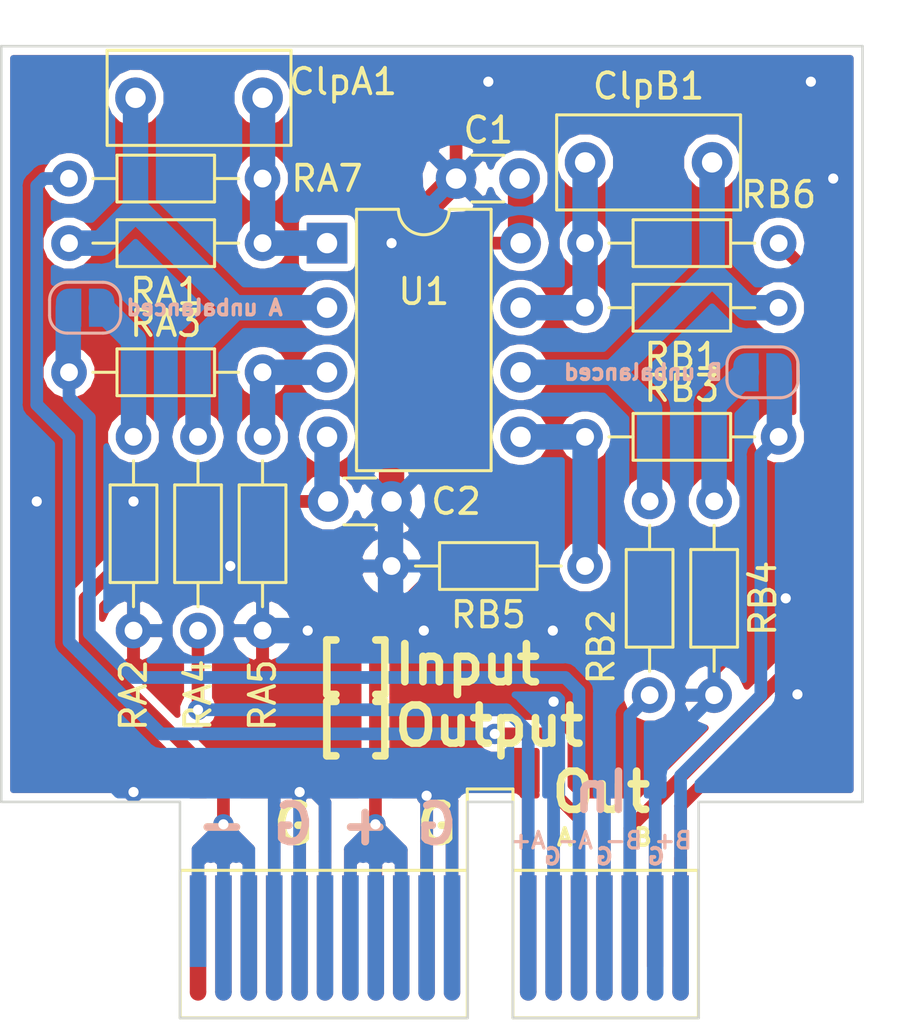
<source format=kicad_pcb>
(kicad_pcb (version 20171130) (host pcbnew 5.0.2-bee76a0~70~ubuntu16.04.1)

  (general
    (thickness 1.6)
    (drawings 22)
    (tracks 225)
    (zones 0)
    (modules 20)
    (nets 18)
  )

  (page A4)
  (layers
    (0 F.Cu signal)
    (31 B.Cu signal)
    (32 B.Adhes user)
    (33 F.Adhes user)
    (34 B.Paste user)
    (35 F.Paste user)
    (36 B.SilkS user)
    (37 F.SilkS user)
    (38 B.Mask user)
    (39 F.Mask user)
    (40 Dwgs.User user)
    (41 Cmts.User user)
    (42 Eco1.User user)
    (43 Eco2.User user)
    (44 Edge.Cuts user)
    (45 Margin user)
    (46 B.CrtYd user)
    (47 F.CrtYd user)
    (48 B.Fab user)
    (49 F.Fab user)
  )

  (setup
    (last_trace_width 0.5)
    (trace_clearance 0.3)
    (zone_clearance 0.3)
    (zone_45_only no)
    (trace_min 0.2)
    (segment_width 0.2)
    (edge_width 0.1)
    (via_size 0.8)
    (via_drill 0.4)
    (via_min_size 0.4)
    (via_min_drill 0.3)
    (uvia_size 0.3)
    (uvia_drill 0.1)
    (uvias_allowed no)
    (uvia_min_size 0.2)
    (uvia_min_drill 0.1)
    (pcb_text_width 0.3)
    (pcb_text_size 1.5 1.5)
    (mod_edge_width 0.15)
    (mod_text_size 1 1)
    (mod_text_width 0.15)
    (pad_size 1 0.5)
    (pad_drill 0)
    (pad_to_mask_clearance 0)
    (solder_mask_min_width 0.25)
    (aux_axis_origin 0 0)
    (visible_elements FFFFFF7F)
    (pcbplotparams
      (layerselection 0x010f0_ffffffff)
      (usegerberextensions false)
      (usegerberattributes false)
      (usegerberadvancedattributes false)
      (creategerberjobfile false)
      (excludeedgelayer false)
      (linewidth 0.100000)
      (plotframeref false)
      (viasonmask false)
      (mode 1)
      (useauxorigin true)
      (hpglpennumber 1)
      (hpglpenspeed 20)
      (hpglpendiameter 15.000000)
      (psnegative false)
      (psa4output false)
      (plotreference true)
      (plotvalue true)
      (plotinvisibletext false)
      (padsonsilk true)
      (subtractmaskfromsilk false)
      (outputformat 1)
      (mirror false)
      (drillshape 0)
      (scaleselection 1)
      (outputdirectory "plots/"))
  )

  (net 0 "")
  (net 1 +15V)
  (net 2 GNDA)
  (net 3 -15V)
  (net 4 "Net-(RA3-Pad2)")
  (net 5 "Net-(RB3-Pad2)")
  (net 6 inB+)
  (net 7 inA+)
  (net 8 inB-)
  (net 9 inA-)
  (net 10 outA)
  (net 11 outB)
  (net 12 "Net-(JA2-Pad2)")
  (net 13 "Net-(JB1-Pad2)")
  (net 14 "Net-(ClpA1-Pad1)")
  (net 15 "Net-(ClpA1-Pad2)")
  (net 16 "Net-(ClpB1-Pad2)")
  (net 17 "Net-(ClpB1-Pad1)")

  (net_class Default "This is the default net class."
    (clearance 0.3)
    (trace_width 0.5)
    (via_dia 0.8)
    (via_drill 0.4)
    (uvia_dia 0.3)
    (uvia_drill 0.1)
    (add_net "Net-(ClpA1-Pad1)")
    (add_net "Net-(ClpA1-Pad2)")
    (add_net "Net-(ClpB1-Pad1)")
    (add_net "Net-(ClpB1-Pad2)")
    (add_net "Net-(JA2-Pad2)")
    (add_net "Net-(JB1-Pad2)")
    (add_net "Net-(RA3-Pad2)")
    (add_net "Net-(RB3-Pad2)")
    (add_net inA+)
    (add_net inA-)
    (add_net inB+)
    (add_net inB-)
    (add_net outA)
    (add_net outB)
  )

  (net_class power ""
    (clearance 0.3)
    (trace_width 0.5)
    (via_dia 0.8)
    (via_drill 0.4)
    (uvia_dia 0.3)
    (uvia_drill 0.1)
    (add_net +15V)
    (add_net -15V)
    (add_net GNDA)
  )

  (module Package_DIP:DIP-8_W7.62mm (layer F.Cu) (tedit 5A02E8C5) (tstamp 5CA24E4D)
    (at 101.6 39.37)
    (descr "8-lead though-hole mounted DIP package, row spacing 7.62 mm (300 mils)")
    (tags "THT DIP DIL PDIP 2.54mm 7.62mm 300mil")
    (path /5C54CA7D)
    (fp_text reference U1 (at 3.81 1.905) (layer F.SilkS)
      (effects (font (size 1 1) (thickness 0.15)))
    )
    (fp_text value LM4562 (at 3.81 9.95) (layer F.Fab)
      (effects (font (size 1 1) (thickness 0.15)))
    )
    (fp_arc (start 3.81 -1.33) (end 2.81 -1.33) (angle -180) (layer F.SilkS) (width 0.12))
    (fp_line (start 1.635 -1.27) (end 6.985 -1.27) (layer F.Fab) (width 0.1))
    (fp_line (start 6.985 -1.27) (end 6.985 8.89) (layer F.Fab) (width 0.1))
    (fp_line (start 6.985 8.89) (end 0.635 8.89) (layer F.Fab) (width 0.1))
    (fp_line (start 0.635 8.89) (end 0.635 -0.27) (layer F.Fab) (width 0.1))
    (fp_line (start 0.635 -0.27) (end 1.635 -1.27) (layer F.Fab) (width 0.1))
    (fp_line (start 2.81 -1.33) (end 1.16 -1.33) (layer F.SilkS) (width 0.12))
    (fp_line (start 1.16 -1.33) (end 1.16 8.95) (layer F.SilkS) (width 0.12))
    (fp_line (start 1.16 8.95) (end 6.46 8.95) (layer F.SilkS) (width 0.12))
    (fp_line (start 6.46 8.95) (end 6.46 -1.33) (layer F.SilkS) (width 0.12))
    (fp_line (start 6.46 -1.33) (end 4.81 -1.33) (layer F.SilkS) (width 0.12))
    (fp_line (start -1.1 -1.55) (end -1.1 9.15) (layer F.CrtYd) (width 0.05))
    (fp_line (start -1.1 9.15) (end 8.7 9.15) (layer F.CrtYd) (width 0.05))
    (fp_line (start 8.7 9.15) (end 8.7 -1.55) (layer F.CrtYd) (width 0.05))
    (fp_line (start 8.7 -1.55) (end -1.1 -1.55) (layer F.CrtYd) (width 0.05))
    (fp_text user %R (at 3.81 3.81) (layer F.Fab)
      (effects (font (size 1 1) (thickness 0.15)))
    )
    (pad 1 thru_hole rect (at 0 0) (size 1.6 1.6) (drill 0.8) (layers *.Cu *.Mask)
      (net 14 "Net-(ClpA1-Pad1)"))
    (pad 5 thru_hole oval (at 7.62 7.62) (size 1.6 1.6) (drill 0.8) (layers *.Cu *.Mask)
      (net 5 "Net-(RB3-Pad2)"))
    (pad 2 thru_hole oval (at 0 2.54) (size 1.6 1.6) (drill 0.8) (layers *.Cu *.Mask)
      (net 15 "Net-(ClpA1-Pad2)"))
    (pad 6 thru_hole oval (at 7.62 5.08) (size 1.6 1.6) (drill 0.8) (layers *.Cu *.Mask)
      (net 16 "Net-(ClpB1-Pad2)"))
    (pad 3 thru_hole oval (at 0 5.08) (size 1.6 1.6) (drill 0.8) (layers *.Cu *.Mask)
      (net 4 "Net-(RA3-Pad2)"))
    (pad 7 thru_hole oval (at 7.62 2.54) (size 1.6 1.6) (drill 0.8) (layers *.Cu *.Mask)
      (net 17 "Net-(ClpB1-Pad1)"))
    (pad 4 thru_hole oval (at 0 7.62) (size 1.6 1.6) (drill 0.8) (layers *.Cu *.Mask)
      (net 3 -15V))
    (pad 8 thru_hole oval (at 7.62 0) (size 1.6 1.6) (drill 0.8) (layers *.Cu *.Mask)
      (net 1 +15V))
    (model ${KISYS3DMOD}/Package_DIP.3dshapes/DIP-8_W7.62mm.wrl
      (at (xyz 0 0 0))
      (scale (xyz 1 1 1))
      (rotate (xyz 0 0 0))
    )
  )

  (module footprints:PCIexpress_1x_letters (layer F.Cu) (tedit 5D08B442) (tstamp 5C54794C)
    (at 96.52 66.04)
    (descr "PCIexpress Bus Edge Connector")
    (tags "PCIexpress Bus Edge Connector")
    (path /5C5482AB)
    (attr virtual)
    (fp_text reference J3 (at 11.43 -4.318) (layer F.SilkS) hide
      (effects (font (size 1 1) (thickness 0.15)))
    )
    (fp_text value Conn_02x18_Row_Letter_First (at 16.48 -3.31) (layer F.Fab)
      (effects (font (size 1 1) (thickness 0.15)))
    )
    (fp_line (start 19.95 4.05) (end -0.95 4.05) (layer F.CrtYd) (width 0.05))
    (fp_line (start 19.95 4.05) (end 19.95 -5.45) (layer F.CrtYd) (width 0.05))
    (fp_line (start -0.95 -5.45) (end -0.95 4.05) (layer F.CrtYd) (width 0.05))
    (fp_line (start -0.95 -5.45) (end 19.95 -5.45) (layer F.CrtYd) (width 0.05))
    (fp_line (start 19.7 -2) (end 19.7 3.8) (layer F.SilkS) (width 0.12))
    (fp_line (start 12.4 -2) (end 12.4 3.8) (layer F.SilkS) (width 0.12))
    (fp_line (start 12.4 3.8) (end 19.7 3.8) (layer F.SilkS) (width 0.12))
    (fp_line (start 19.7 -2) (end 12.4 -2) (layer F.SilkS) (width 0.12))
    (fp_line (start -0.7 3.8) (end -0.7 -2) (layer F.SilkS) (width 0.12))
    (fp_line (start 10.6 3.8) (end -0.7 3.8) (layer F.SilkS) (width 0.12))
    (fp_line (start 10.6 -2) (end 10.6 3.8) (layer F.SilkS) (width 0.12))
    (fp_line (start -0.7 -2) (end 10.6 -2) (layer F.SilkS) (width 0.12))
    (fp_line (start 12.4 -5.2) (end 12.4 -2) (layer F.SilkS) (width 0.12))
    (fp_line (start 10.6 -5.2) (end 12.4 -5.2) (layer F.SilkS) (width 0.12))
    (fp_line (start 10.6 -2) (end 10.6 -5.2) (layer F.SilkS) (width 0.12))
    (fp_text user %R (at 9.5 0.662) (layer F.Fab)
      (effects (font (size 1 1) (thickness 0.15)))
    )
    (pad "" connect oval (at 1 2.8 90) (size 0.65 0.65) (layers B.Cu B.Mask))
    (pad "" connect oval (at 19 2.8 90) (size 0.65 0.65) (layers B.Cu B.Mask))
    (pad "" connect oval (at 18 2.8 90) (size 0.65 0.65) (layers B.Cu B.Mask))
    (pad "" connect oval (at 13 2.8 90) (size 0.65 0.65) (layers B.Cu B.Mask))
    (pad "" connect oval (at 10 2.8 90) (size 0.65 0.65) (layers B.Cu B.Mask))
    (pad "" connect oval (at 17 2.8 90) (size 0.65 0.65) (layers B.Cu B.Mask))
    (pad "" connect oval (at 14 2.8 90) (size 0.65 0.65) (layers B.Cu B.Mask))
    (pad "" connect oval (at 2 2.8 90) (size 0.65 0.65) (layers B.Cu B.Mask))
    (pad "" connect oval (at 16 2.8 90) (size 0.65 0.65) (layers B.Cu B.Mask))
    (pad "" connect oval (at 15 2.8 90) (size 0.65 0.65) (layers B.Cu B.Mask))
    (pad "" connect oval (at 9 2.8 90) (size 0.65 0.65) (layers B.Cu B.Mask))
    (pad "" connect oval (at 8 2.8 90) (size 0.65 0.65) (layers B.Cu B.Mask))
    (pad "" connect oval (at 7 2.8 90) (size 0.65 0.65) (layers B.Cu B.Mask))
    (pad "" connect oval (at 6 2.8 90) (size 0.65 0.65) (layers B.Cu B.Mask))
    (pad "" connect oval (at 5 2.8 90) (size 0.65 0.65) (layers B.Cu B.Mask))
    (pad "" connect oval (at 4 2.8 90) (size 0.65 0.65) (layers B.Cu B.Mask))
    (pad "" connect oval (at 3 2.8 90) (size 0.65 0.65) (layers B.Cu B.Mask))
    (pad "" connect circle (at 1 2.8) (size 0.65 0.65) (layers F.Cu F.Mask))
    (pad "" connect circle (at 17 2.8) (size 0.65 0.65) (layers F.Cu F.Mask))
    (pad "" connect circle (at 16 2.8) (size 0.65 0.65) (layers F.Cu F.Mask))
    (pad "" connect circle (at 15 2.8) (size 0.65 0.65) (layers F.Cu F.Mask))
    (pad "" connect circle (at 14 2.8) (size 0.65 0.65) (layers F.Cu F.Mask))
    (pad "" connect circle (at 13 2.8) (size 0.65 0.65) (layers F.Cu F.Mask))
    (pad "" connect circle (at 0 2.8) (size 0.65 0.65) (layers F.Cu F.Mask))
    (pad "" connect circle (at 10 2.8) (size 0.65 0.65) (layers F.Cu F.Mask))
    (pad "" connect circle (at 9 2.8) (size 0.65 0.65) (layers F.Cu F.Mask))
    (pad "" connect circle (at 8 2.8) (size 0.65 0.65) (layers F.Cu F.Mask))
    (pad "" connect circle (at 7 2.8) (size 0.65 0.65) (layers F.Cu F.Mask))
    (pad "" connect circle (at 6 2.8) (size 0.65 0.65) (layers F.Cu F.Mask))
    (pad "" connect circle (at 5 2.8) (size 0.65 0.65) (layers F.Cu F.Mask))
    (pad "" connect circle (at 4 2.8) (size 0.65 0.65) (layers F.Cu F.Mask))
    (pad "" connect circle (at 3 2.8) (size 0.65 0.65) (layers F.Cu F.Mask))
    (pad "" connect circle (at 2 2.8) (size 0.65 0.65) (layers F.Cu F.Mask))
    (pad 13a connect rect (at 14 0.5) (size 0.65 4.6) (layers B.Cu B.Mask)
      (net 2 GNDA))
    (pad 12a connect rect (at 13 0.5) (size 0.65 4.6) (layers B.Cu B.Mask)
      (net 9 inA-))
    (pad 18a connect rect (at 19 0.5) (size 0.65 4.6) (layers B.Cu B.Mask)
      (net 6 inB+))
    (pad 17a connect rect (at 18 0.5) (size 0.65 4.6) (layers B.Cu B.Mask)
      (net 2 GNDA))
    (pad 16a connect rect (at 17 0.5) (size 0.65 4.6) (layers B.Cu B.Mask)
      (net 8 inB-))
    (pad 15a connect rect (at 16 0.5) (size 0.65 4.6) (layers B.Cu B.Mask)
      (net 2 GNDA))
    (pad 14a connect rect (at 15 0.5) (size 0.65 4.6) (layers B.Cu B.Mask)
      (net 7 inA+))
    (pad 11a connect rect (at 10 0.5) (size 0.65 4.6) (layers B.Cu B.Mask)
      (net 2 GNDA))
    (pad 10a connect rect (at 9 0.5) (size 0.65 4.6) (layers B.Cu B.Mask)
      (net 2 GNDA))
    (pad 9a connect rect (at 8 0.5) (size 0.65 4.6) (layers B.Cu B.Mask)
      (net 1 +15V))
    (pad 8a connect rect (at 7 0.5) (size 0.65 4.6) (layers B.Cu B.Mask)
      (net 1 +15V))
    (pad 7a connect rect (at 6 0.5) (size 0.65 4.6) (layers B.Cu B.Mask)
      (net 1 +15V))
    (pad 6a connect rect (at 5 0.5) (size 0.65 4.6) (layers B.Cu B.Mask)
      (net 2 GNDA))
    (pad 5a connect rect (at 4 0.5) (size 0.65 4.6) (layers B.Cu B.Mask)
      (net 2 GNDA))
    (pad 4a connect rect (at 3 0.5) (size 0.65 4.6) (layers B.Cu B.Mask)
      (net 2 GNDA))
    (pad 3a connect rect (at 2 0.5) (size 0.65 4.6) (layers B.Cu B.Mask)
      (net 3 -15V))
    (pad 2a connect rect (at 1 0.5) (size 0.65 4.6) (layers B.Cu B.Mask)
      (net 3 -15V))
    (pad 1a connect rect (at 0 0) (size 0.65 3.6) (layers B.Cu B.Mask)
      (net 3 -15V))
    (pad 13b connect rect (at 14 0.5) (size 0.65 4.6) (layers F.Cu F.Mask)
      (net 10 outA))
    (pad 12b connect rect (at 13 0.5) (size 0.65 4.6) (layers F.Cu F.Mask)
      (net 2 GNDA))
    (pad 18b connect rect (at 19 0.5) (size 0.65 4.6) (layers F.Cu F.Mask)
      (net 2 GNDA))
    (pad 17b connect rect (at 18 0) (size 0.65 3.6) (layers F.Cu F.Mask)
      (net 11 outB))
    (pad 16b connect rect (at 17 0.5) (size 0.65 4.6) (layers F.Cu F.Mask)
      (net 11 outB))
    (pad 15b connect rect (at 16 0.5) (size 0.65 4.6) (layers F.Cu F.Mask)
      (net 2 GNDA))
    (pad 14b connect rect (at 15 0.5) (size 0.65 4.6) (layers F.Cu F.Mask)
      (net 10 outA))
    (pad 11b connect rect (at 10 0.5) (size 0.65 4.6) (layers F.Cu F.Mask)
      (net 2 GNDA))
    (pad 10b connect rect (at 9 0.5) (size 0.65 4.6) (layers F.Cu F.Mask)
      (net 2 GNDA))
    (pad 9b connect rect (at 8 0.5) (size 0.65 4.6) (layers F.Cu F.Mask)
      (net 1 +15V))
    (pad 8b connect rect (at 7 0.5) (size 0.65 4.6) (layers F.Cu F.Mask)
      (net 1 +15V))
    (pad 7b connect rect (at 6 0.5) (size 0.65 4.6) (layers F.Cu F.Mask)
      (net 1 +15V))
    (pad 6b connect rect (at 5 0.5) (size 0.65 4.6) (layers F.Cu F.Mask)
      (net 2 GNDA))
    (pad 5b connect rect (at 4 0.5) (size 0.65 4.6) (layers F.Cu F.Mask)
      (net 2 GNDA))
    (pad 4b connect rect (at 3 0.5) (size 0.65 4.6) (layers F.Cu F.Mask)
      (net 2 GNDA))
    (pad 3b connect rect (at 2 0.5) (size 0.65 4.6) (layers F.Cu F.Mask)
      (net 3 -15V))
    (pad 2b connect rect (at 1 0.5) (size 0.65 4.6) (layers F.Cu F.Mask)
      (net 3 -15V))
    (pad 1b connect rect (at 0 0.5) (size 0.65 4.6) (layers F.Cu F.Mask)
      (net 3 -15V))
    (pad "" connect circle (at 19 2.8) (size 0.65 0.65) (layers F.Cu F.Mask))
  )

  (module Resistor_THT:R_Axial_DIN0204_L3.6mm_D1.6mm_P7.62mm_Horizontal (layer F.Cu) (tedit 5AE5139B) (tstamp 5CA24D4F)
    (at 96.52 54.61 90)
    (descr "Resistor, Axial_DIN0204 series, Axial, Horizontal, pin pitch=7.62mm, 0.167W, length*diameter=3.6*1.6mm^2, http://cdn-reichelt.de/documents/datenblatt/B400/1_4W%23YAG.pdf")
    (tags "Resistor Axial_DIN0204 series Axial Horizontal pin pitch 7.62mm 0.167W length 3.6mm diameter 1.6mm")
    (path /5C54CA8C)
    (fp_text reference RA2 (at -2.54 -2.54 90) (layer F.SilkS)
      (effects (font (size 1 1) (thickness 0.15)))
    )
    (fp_text value 10k|0 (at 3.81 1.92 90) (layer F.Fab)
      (effects (font (size 1 1) (thickness 0.15)))
    )
    (fp_line (start 2.01 -0.8) (end 2.01 0.8) (layer F.Fab) (width 0.1))
    (fp_line (start 2.01 0.8) (end 5.61 0.8) (layer F.Fab) (width 0.1))
    (fp_line (start 5.61 0.8) (end 5.61 -0.8) (layer F.Fab) (width 0.1))
    (fp_line (start 5.61 -0.8) (end 2.01 -0.8) (layer F.Fab) (width 0.1))
    (fp_line (start 0 0) (end 2.01 0) (layer F.Fab) (width 0.1))
    (fp_line (start 7.62 0) (end 5.61 0) (layer F.Fab) (width 0.1))
    (fp_line (start 1.89 -0.92) (end 1.89 0.92) (layer F.SilkS) (width 0.12))
    (fp_line (start 1.89 0.92) (end 5.73 0.92) (layer F.SilkS) (width 0.12))
    (fp_line (start 5.73 0.92) (end 5.73 -0.92) (layer F.SilkS) (width 0.12))
    (fp_line (start 5.73 -0.92) (end 1.89 -0.92) (layer F.SilkS) (width 0.12))
    (fp_line (start 0.94 0) (end 1.89 0) (layer F.SilkS) (width 0.12))
    (fp_line (start 6.68 0) (end 5.73 0) (layer F.SilkS) (width 0.12))
    (fp_line (start -0.95 -1.05) (end -0.95 1.05) (layer F.CrtYd) (width 0.05))
    (fp_line (start -0.95 1.05) (end 8.57 1.05) (layer F.CrtYd) (width 0.05))
    (fp_line (start 8.57 1.05) (end 8.57 -1.05) (layer F.CrtYd) (width 0.05))
    (fp_line (start 8.57 -1.05) (end -0.95 -1.05) (layer F.CrtYd) (width 0.05))
    (fp_text user %R (at 3.81 0 90) (layer F.Fab)
      (effects (font (size 0.72 0.72) (thickness 0.108)))
    )
    (pad 1 thru_hole circle (at 0 0 90) (size 1.4 1.4) (drill 0.7) (layers *.Cu *.Mask)
      (net 9 inA-))
    (pad 2 thru_hole oval (at 7.62 0 90) (size 1.4 1.4) (drill 0.7) (layers *.Cu *.Mask)
      (net 15 "Net-(ClpA1-Pad2)"))
    (model ${KISYS3DMOD}/Resistor_THT.3dshapes/R_Axial_DIN0204_L3.6mm_D1.6mm_P7.62mm_Horizontal.wrl
      (at (xyz 0 0 0))
      (scale (xyz 1 1 1))
      (rotate (xyz 0 0 0))
    )
  )

  (module Resistor_THT:R_Axial_DIN0204_L3.6mm_D1.6mm_P7.62mm_Horizontal (layer F.Cu) (tedit 5AE5139B) (tstamp 5CA24B48)
    (at 91.44 44.45)
    (descr "Resistor, Axial_DIN0204 series, Axial, Horizontal, pin pitch=7.62mm, 0.167W, length*diameter=3.6*1.6mm^2, http://cdn-reichelt.de/documents/datenblatt/B400/1_4W%23YAG.pdf")
    (tags "Resistor Axial_DIN0204 series Axial Horizontal pin pitch 7.62mm 0.167W length 3.6mm diameter 1.6mm")
    (path /5C54CAA4)
    (fp_text reference RA3 (at 3.81 -1.92) (layer F.SilkS)
      (effects (font (size 1 1) (thickness 0.15)))
    )
    (fp_text value 10k|1k (at 3.81 1.92) (layer F.Fab)
      (effects (font (size 1 1) (thickness 0.15)))
    )
    (fp_text user %R (at 3.81 0) (layer F.Fab)
      (effects (font (size 0.72 0.72) (thickness 0.108)))
    )
    (fp_line (start 8.57 -1.05) (end -0.95 -1.05) (layer F.CrtYd) (width 0.05))
    (fp_line (start 8.57 1.05) (end 8.57 -1.05) (layer F.CrtYd) (width 0.05))
    (fp_line (start -0.95 1.05) (end 8.57 1.05) (layer F.CrtYd) (width 0.05))
    (fp_line (start -0.95 -1.05) (end -0.95 1.05) (layer F.CrtYd) (width 0.05))
    (fp_line (start 6.68 0) (end 5.73 0) (layer F.SilkS) (width 0.12))
    (fp_line (start 0.94 0) (end 1.89 0) (layer F.SilkS) (width 0.12))
    (fp_line (start 5.73 -0.92) (end 1.89 -0.92) (layer F.SilkS) (width 0.12))
    (fp_line (start 5.73 0.92) (end 5.73 -0.92) (layer F.SilkS) (width 0.12))
    (fp_line (start 1.89 0.92) (end 5.73 0.92) (layer F.SilkS) (width 0.12))
    (fp_line (start 1.89 -0.92) (end 1.89 0.92) (layer F.SilkS) (width 0.12))
    (fp_line (start 7.62 0) (end 5.61 0) (layer F.Fab) (width 0.1))
    (fp_line (start 0 0) (end 2.01 0) (layer F.Fab) (width 0.1))
    (fp_line (start 5.61 -0.8) (end 2.01 -0.8) (layer F.Fab) (width 0.1))
    (fp_line (start 5.61 0.8) (end 5.61 -0.8) (layer F.Fab) (width 0.1))
    (fp_line (start 2.01 0.8) (end 5.61 0.8) (layer F.Fab) (width 0.1))
    (fp_line (start 2.01 -0.8) (end 2.01 0.8) (layer F.Fab) (width 0.1))
    (pad 2 thru_hole oval (at 7.62 0) (size 1.4 1.4) (drill 0.7) (layers *.Cu *.Mask)
      (net 4 "Net-(RA3-Pad2)"))
    (pad 1 thru_hole circle (at 0 0) (size 1.4 1.4) (drill 0.7) (layers *.Cu *.Mask)
      (net 7 inA+))
    (model ${KISYS3DMOD}/Resistor_THT.3dshapes/R_Axial_DIN0204_L3.6mm_D1.6mm_P7.62mm_Horizontal.wrl
      (at (xyz 0 0 0))
      (scale (xyz 1 1 1))
      (rotate (xyz 0 0 0))
    )
  )

  (module Resistor_THT:R_Axial_DIN0204_L3.6mm_D1.6mm_P7.62mm_Horizontal (layer F.Cu) (tedit 5AE5139B) (tstamp 5CA24BBD)
    (at 93.98 46.99 270)
    (descr "Resistor, Axial_DIN0204 series, Axial, Horizontal, pin pitch=7.62mm, 0.167W, length*diameter=3.6*1.6mm^2, http://cdn-reichelt.de/documents/datenblatt/B400/1_4W%23YAG.pdf")
    (tags "Resistor Axial_DIN0204 series Axial Horizontal pin pitch 7.62mm 0.167W length 3.6mm diameter 1.6mm")
    (path /5C54CAB9)
    (fp_text reference RA4 (at 10.16 -2.54 270) (layer F.SilkS)
      (effects (font (size 1 1) (thickness 0.15)))
    )
    (fp_text value 10|0 (at 3.81 1.92 270) (layer F.Fab)
      (effects (font (size 1 1) (thickness 0.15)))
    )
    (fp_text user %R (at 3.81 0 270) (layer F.Fab)
      (effects (font (size 0.72 0.72) (thickness 0.108)))
    )
    (fp_line (start 8.57 -1.05) (end -0.95 -1.05) (layer F.CrtYd) (width 0.05))
    (fp_line (start 8.57 1.05) (end 8.57 -1.05) (layer F.CrtYd) (width 0.05))
    (fp_line (start -0.95 1.05) (end 8.57 1.05) (layer F.CrtYd) (width 0.05))
    (fp_line (start -0.95 -1.05) (end -0.95 1.05) (layer F.CrtYd) (width 0.05))
    (fp_line (start 6.68 0) (end 5.73 0) (layer F.SilkS) (width 0.12))
    (fp_line (start 0.94 0) (end 1.89 0) (layer F.SilkS) (width 0.12))
    (fp_line (start 5.73 -0.92) (end 1.89 -0.92) (layer F.SilkS) (width 0.12))
    (fp_line (start 5.73 0.92) (end 5.73 -0.92) (layer F.SilkS) (width 0.12))
    (fp_line (start 1.89 0.92) (end 5.73 0.92) (layer F.SilkS) (width 0.12))
    (fp_line (start 1.89 -0.92) (end 1.89 0.92) (layer F.SilkS) (width 0.12))
    (fp_line (start 7.62 0) (end 5.61 0) (layer F.Fab) (width 0.1))
    (fp_line (start 0 0) (end 2.01 0) (layer F.Fab) (width 0.1))
    (fp_line (start 5.61 -0.8) (end 2.01 -0.8) (layer F.Fab) (width 0.1))
    (fp_line (start 5.61 0.8) (end 5.61 -0.8) (layer F.Fab) (width 0.1))
    (fp_line (start 2.01 0.8) (end 5.61 0.8) (layer F.Fab) (width 0.1))
    (fp_line (start 2.01 -0.8) (end 2.01 0.8) (layer F.Fab) (width 0.1))
    (pad 2 thru_hole oval (at 7.62 0 270) (size 1.4 1.4) (drill 0.7) (layers *.Cu *.Mask)
      (net 2 GNDA))
    (pad 1 thru_hole circle (at 0 0 270) (size 1.4 1.4) (drill 0.7) (layers *.Cu *.Mask)
      (net 12 "Net-(JA2-Pad2)"))
    (model ${KISYS3DMOD}/Resistor_THT.3dshapes/R_Axial_DIN0204_L3.6mm_D1.6mm_P7.62mm_Horizontal.wrl
      (at (xyz 0 0 0))
      (scale (xyz 1 1 1))
      (rotate (xyz 0 0 0))
    )
  )

  (module Resistor_THT:R_Axial_DIN0204_L3.6mm_D1.6mm_P7.62mm_Horizontal (layer F.Cu) (tedit 5AE5139B) (tstamp 5CA24D91)
    (at 99.06 46.99 270)
    (descr "Resistor, Axial_DIN0204 series, Axial, Horizontal, pin pitch=7.62mm, 0.167W, length*diameter=3.6*1.6mm^2, http://cdn-reichelt.de/documents/datenblatt/B400/1_4W%23YAG.pdf")
    (tags "Resistor Axial_DIN0204 series Axial Horizontal pin pitch 7.62mm 0.167W length 3.6mm diameter 1.6mm")
    (path /5C54CAAC)
    (fp_text reference RA5 (at 10.16 0 270) (layer F.SilkS)
      (effects (font (size 1 1) (thickness 0.15)))
    )
    (fp_text value 10k|open (at 3.81 1.92 270) (layer F.Fab)
      (effects (font (size 1 1) (thickness 0.15)))
    )
    (fp_line (start 2.01 -0.8) (end 2.01 0.8) (layer F.Fab) (width 0.1))
    (fp_line (start 2.01 0.8) (end 5.61 0.8) (layer F.Fab) (width 0.1))
    (fp_line (start 5.61 0.8) (end 5.61 -0.8) (layer F.Fab) (width 0.1))
    (fp_line (start 5.61 -0.8) (end 2.01 -0.8) (layer F.Fab) (width 0.1))
    (fp_line (start 0 0) (end 2.01 0) (layer F.Fab) (width 0.1))
    (fp_line (start 7.62 0) (end 5.61 0) (layer F.Fab) (width 0.1))
    (fp_line (start 1.89 -0.92) (end 1.89 0.92) (layer F.SilkS) (width 0.12))
    (fp_line (start 1.89 0.92) (end 5.73 0.92) (layer F.SilkS) (width 0.12))
    (fp_line (start 5.73 0.92) (end 5.73 -0.92) (layer F.SilkS) (width 0.12))
    (fp_line (start 5.73 -0.92) (end 1.89 -0.92) (layer F.SilkS) (width 0.12))
    (fp_line (start 0.94 0) (end 1.89 0) (layer F.SilkS) (width 0.12))
    (fp_line (start 6.68 0) (end 5.73 0) (layer F.SilkS) (width 0.12))
    (fp_line (start -0.95 -1.05) (end -0.95 1.05) (layer F.CrtYd) (width 0.05))
    (fp_line (start -0.95 1.05) (end 8.57 1.05) (layer F.CrtYd) (width 0.05))
    (fp_line (start 8.57 1.05) (end 8.57 -1.05) (layer F.CrtYd) (width 0.05))
    (fp_line (start 8.57 -1.05) (end -0.95 -1.05) (layer F.CrtYd) (width 0.05))
    (fp_text user %R (at 3.81 0 270) (layer F.Fab)
      (effects (font (size 0.72 0.72) (thickness 0.108)))
    )
    (pad 1 thru_hole circle (at 0 0 270) (size 1.4 1.4) (drill 0.7) (layers *.Cu *.Mask)
      (net 4 "Net-(RA3-Pad2)"))
    (pad 2 thru_hole oval (at 7.62 0 270) (size 1.4 1.4) (drill 0.7) (layers *.Cu *.Mask)
      (net 2 GNDA))
    (model ${KISYS3DMOD}/Resistor_THT.3dshapes/R_Axial_DIN0204_L3.6mm_D1.6mm_P7.62mm_Horizontal.wrl
      (at (xyz 0 0 0))
      (scale (xyz 1 1 1))
      (rotate (xyz 0 0 0))
    )
  )

  (module Resistor_THT:R_Axial_DIN0204_L3.6mm_D1.6mm_P7.62mm_Horizontal (layer F.Cu) (tedit 5AE5139B) (tstamp 5CA24E06)
    (at 119.38 41.91 180)
    (descr "Resistor, Axial_DIN0204 series, Axial, Horizontal, pin pitch=7.62mm, 0.167W, length*diameter=3.6*1.6mm^2, http://cdn-reichelt.de/documents/datenblatt/B400/1_4W%23YAG.pdf")
    (tags "Resistor Axial_DIN0204 series Axial Horizontal pin pitch 7.62mm 0.167W length 3.6mm diameter 1.6mm")
    (path /5C54CB19)
    (fp_text reference RB1 (at 3.81 -1.92 180) (layer F.SilkS)
      (effects (font (size 1 1) (thickness 0.15)))
    )
    (fp_text value 10k (at 3.81 1.92 180) (layer F.Fab)
      (effects (font (size 1 1) (thickness 0.15)))
    )
    (fp_line (start 2.01 -0.8) (end 2.01 0.8) (layer F.Fab) (width 0.1))
    (fp_line (start 2.01 0.8) (end 5.61 0.8) (layer F.Fab) (width 0.1))
    (fp_line (start 5.61 0.8) (end 5.61 -0.8) (layer F.Fab) (width 0.1))
    (fp_line (start 5.61 -0.8) (end 2.01 -0.8) (layer F.Fab) (width 0.1))
    (fp_line (start 0 0) (end 2.01 0) (layer F.Fab) (width 0.1))
    (fp_line (start 7.62 0) (end 5.61 0) (layer F.Fab) (width 0.1))
    (fp_line (start 1.89 -0.92) (end 1.89 0.92) (layer F.SilkS) (width 0.12))
    (fp_line (start 1.89 0.92) (end 5.73 0.92) (layer F.SilkS) (width 0.12))
    (fp_line (start 5.73 0.92) (end 5.73 -0.92) (layer F.SilkS) (width 0.12))
    (fp_line (start 5.73 -0.92) (end 1.89 -0.92) (layer F.SilkS) (width 0.12))
    (fp_line (start 0.94 0) (end 1.89 0) (layer F.SilkS) (width 0.12))
    (fp_line (start 6.68 0) (end 5.73 0) (layer F.SilkS) (width 0.12))
    (fp_line (start -0.95 -1.05) (end -0.95 1.05) (layer F.CrtYd) (width 0.05))
    (fp_line (start -0.95 1.05) (end 8.57 1.05) (layer F.CrtYd) (width 0.05))
    (fp_line (start 8.57 1.05) (end 8.57 -1.05) (layer F.CrtYd) (width 0.05))
    (fp_line (start 8.57 -1.05) (end -0.95 -1.05) (layer F.CrtYd) (width 0.05))
    (fp_text user %R (at 3.81 0 180) (layer F.Fab)
      (effects (font (size 0.72 0.72) (thickness 0.108)))
    )
    (pad 1 thru_hole circle (at 0 0 180) (size 1.4 1.4) (drill 0.7) (layers *.Cu *.Mask)
      (net 16 "Net-(ClpB1-Pad2)"))
    (pad 2 thru_hole oval (at 7.62 0 180) (size 1.4 1.4) (drill 0.7) (layers *.Cu *.Mask)
      (net 17 "Net-(ClpB1-Pad1)"))
    (model ${KISYS3DMOD}/Resistor_THT.3dshapes/R_Axial_DIN0204_L3.6mm_D1.6mm_P7.62mm_Horizontal.wrl
      (at (xyz 0 0 0))
      (scale (xyz 1 1 1))
      (rotate (xyz 0 0 0))
    )
  )

  (module Resistor_THT:R_Axial_DIN0204_L3.6mm_D1.6mm_P7.62mm_Horizontal (layer F.Cu) (tedit 5AE5139B) (tstamp 5CA24C29)
    (at 114.3 57.15 90)
    (descr "Resistor, Axial_DIN0204 series, Axial, Horizontal, pin pitch=7.62mm, 0.167W, length*diameter=3.6*1.6mm^2, http://cdn-reichelt.de/documents/datenblatt/B400/1_4W%23YAG.pdf")
    (tags "Resistor Axial_DIN0204 series Axial Horizontal pin pitch 7.62mm 0.167W length 3.6mm diameter 1.6mm")
    (path /5C54CAD8)
    (fp_text reference RB2 (at 1.905 -1.905 90) (layer F.SilkS)
      (effects (font (size 1 1) (thickness 0.15)))
    )
    (fp_text value 10k|0 (at 3.81 1.92 90) (layer F.Fab)
      (effects (font (size 1 1) (thickness 0.15)))
    )
    (fp_line (start 2.01 -0.8) (end 2.01 0.8) (layer F.Fab) (width 0.1))
    (fp_line (start 2.01 0.8) (end 5.61 0.8) (layer F.Fab) (width 0.1))
    (fp_line (start 5.61 0.8) (end 5.61 -0.8) (layer F.Fab) (width 0.1))
    (fp_line (start 5.61 -0.8) (end 2.01 -0.8) (layer F.Fab) (width 0.1))
    (fp_line (start 0 0) (end 2.01 0) (layer F.Fab) (width 0.1))
    (fp_line (start 7.62 0) (end 5.61 0) (layer F.Fab) (width 0.1))
    (fp_line (start 1.89 -0.92) (end 1.89 0.92) (layer F.SilkS) (width 0.12))
    (fp_line (start 1.89 0.92) (end 5.73 0.92) (layer F.SilkS) (width 0.12))
    (fp_line (start 5.73 0.92) (end 5.73 -0.92) (layer F.SilkS) (width 0.12))
    (fp_line (start 5.73 -0.92) (end 1.89 -0.92) (layer F.SilkS) (width 0.12))
    (fp_line (start 0.94 0) (end 1.89 0) (layer F.SilkS) (width 0.12))
    (fp_line (start 6.68 0) (end 5.73 0) (layer F.SilkS) (width 0.12))
    (fp_line (start -0.95 -1.05) (end -0.95 1.05) (layer F.CrtYd) (width 0.05))
    (fp_line (start -0.95 1.05) (end 8.57 1.05) (layer F.CrtYd) (width 0.05))
    (fp_line (start 8.57 1.05) (end 8.57 -1.05) (layer F.CrtYd) (width 0.05))
    (fp_line (start 8.57 -1.05) (end -0.95 -1.05) (layer F.CrtYd) (width 0.05))
    (fp_text user %R (at 3.81 0 90) (layer F.Fab)
      (effects (font (size 0.72 0.72) (thickness 0.108)))
    )
    (pad 1 thru_hole circle (at 0 0 90) (size 1.4 1.4) (drill 0.7) (layers *.Cu *.Mask)
      (net 8 inB-))
    (pad 2 thru_hole oval (at 7.62 0 90) (size 1.4 1.4) (drill 0.7) (layers *.Cu *.Mask)
      (net 16 "Net-(ClpB1-Pad2)"))
    (model ${KISYS3DMOD}/Resistor_THT.3dshapes/R_Axial_DIN0204_L3.6mm_D1.6mm_P7.62mm_Horizontal.wrl
      (at (xyz 0 0 0))
      (scale (xyz 1 1 1))
      (rotate (xyz 0 0 0))
    )
  )

  (module Resistor_THT:R_Axial_DIN0204_L3.6mm_D1.6mm_P7.62mm_Horizontal (layer F.Cu) (tedit 5AE5139B) (tstamp 5CA24AD9)
    (at 119.38 46.99 180)
    (descr "Resistor, Axial_DIN0204 series, Axial, Horizontal, pin pitch=7.62mm, 0.167W, length*diameter=3.6*1.6mm^2, http://cdn-reichelt.de/documents/datenblatt/B400/1_4W%23YAG.pdf")
    (tags "Resistor Axial_DIN0204 series Axial Horizontal pin pitch 7.62mm 0.167W length 3.6mm diameter 1.6mm")
    (path /5C54CAE4)
    (fp_text reference RB3 (at 3.81 1.905 180) (layer F.SilkS)
      (effects (font (size 1 1) (thickness 0.15)))
    )
    (fp_text value 10k|1k (at 3.81 1.92 180) (layer F.Fab)
      (effects (font (size 1 1) (thickness 0.15)))
    )
    (fp_text user %R (at 3.81 0 180) (layer F.Fab)
      (effects (font (size 0.72 0.72) (thickness 0.108)))
    )
    (fp_line (start 8.57 -1.05) (end -0.95 -1.05) (layer F.CrtYd) (width 0.05))
    (fp_line (start 8.57 1.05) (end 8.57 -1.05) (layer F.CrtYd) (width 0.05))
    (fp_line (start -0.95 1.05) (end 8.57 1.05) (layer F.CrtYd) (width 0.05))
    (fp_line (start -0.95 -1.05) (end -0.95 1.05) (layer F.CrtYd) (width 0.05))
    (fp_line (start 6.68 0) (end 5.73 0) (layer F.SilkS) (width 0.12))
    (fp_line (start 0.94 0) (end 1.89 0) (layer F.SilkS) (width 0.12))
    (fp_line (start 5.73 -0.92) (end 1.89 -0.92) (layer F.SilkS) (width 0.12))
    (fp_line (start 5.73 0.92) (end 5.73 -0.92) (layer F.SilkS) (width 0.12))
    (fp_line (start 1.89 0.92) (end 5.73 0.92) (layer F.SilkS) (width 0.12))
    (fp_line (start 1.89 -0.92) (end 1.89 0.92) (layer F.SilkS) (width 0.12))
    (fp_line (start 7.62 0) (end 5.61 0) (layer F.Fab) (width 0.1))
    (fp_line (start 0 0) (end 2.01 0) (layer F.Fab) (width 0.1))
    (fp_line (start 5.61 -0.8) (end 2.01 -0.8) (layer F.Fab) (width 0.1))
    (fp_line (start 5.61 0.8) (end 5.61 -0.8) (layer F.Fab) (width 0.1))
    (fp_line (start 2.01 0.8) (end 5.61 0.8) (layer F.Fab) (width 0.1))
    (fp_line (start 2.01 -0.8) (end 2.01 0.8) (layer F.Fab) (width 0.1))
    (pad 2 thru_hole oval (at 7.62 0 180) (size 1.4 1.4) (drill 0.7) (layers *.Cu *.Mask)
      (net 5 "Net-(RB3-Pad2)"))
    (pad 1 thru_hole circle (at 0 0 180) (size 1.4 1.4) (drill 0.7) (layers *.Cu *.Mask)
      (net 6 inB+))
    (model ${KISYS3DMOD}/Resistor_THT.3dshapes/R_Axial_DIN0204_L3.6mm_D1.6mm_P7.62mm_Horizontal.wrl
      (at (xyz 0 0 0))
      (scale (xyz 1 1 1))
      (rotate (xyz 0 0 0))
    )
  )

  (module Resistor_THT:R_Axial_DIN0204_L3.6mm_D1.6mm_P7.62mm_Horizontal (layer F.Cu) (tedit 5AE5139B) (tstamp 5CA24C6B)
    (at 116.84 49.53 270)
    (descr "Resistor, Axial_DIN0204 series, Axial, Horizontal, pin pitch=7.62mm, 0.167W, length*diameter=3.6*1.6mm^2, http://cdn-reichelt.de/documents/datenblatt/B400/1_4W%23YAG.pdf")
    (tags "Resistor Axial_DIN0204 series Axial Horizontal pin pitch 7.62mm 0.167W length 3.6mm diameter 1.6mm")
    (path /5C54CAF8)
    (fp_text reference RB4 (at 3.81 -1.92 270) (layer F.SilkS)
      (effects (font (size 1 1) (thickness 0.15)))
    )
    (fp_text value 10|0 (at 3.81 1.92 270) (layer F.Fab)
      (effects (font (size 1 1) (thickness 0.15)))
    )
    (fp_text user %R (at 3.81 0 270) (layer F.Fab)
      (effects (font (size 0.72 0.72) (thickness 0.108)))
    )
    (fp_line (start 8.57 -1.05) (end -0.95 -1.05) (layer F.CrtYd) (width 0.05))
    (fp_line (start 8.57 1.05) (end 8.57 -1.05) (layer F.CrtYd) (width 0.05))
    (fp_line (start -0.95 1.05) (end 8.57 1.05) (layer F.CrtYd) (width 0.05))
    (fp_line (start -0.95 -1.05) (end -0.95 1.05) (layer F.CrtYd) (width 0.05))
    (fp_line (start 6.68 0) (end 5.73 0) (layer F.SilkS) (width 0.12))
    (fp_line (start 0.94 0) (end 1.89 0) (layer F.SilkS) (width 0.12))
    (fp_line (start 5.73 -0.92) (end 1.89 -0.92) (layer F.SilkS) (width 0.12))
    (fp_line (start 5.73 0.92) (end 5.73 -0.92) (layer F.SilkS) (width 0.12))
    (fp_line (start 1.89 0.92) (end 5.73 0.92) (layer F.SilkS) (width 0.12))
    (fp_line (start 1.89 -0.92) (end 1.89 0.92) (layer F.SilkS) (width 0.12))
    (fp_line (start 7.62 0) (end 5.61 0) (layer F.Fab) (width 0.1))
    (fp_line (start 0 0) (end 2.01 0) (layer F.Fab) (width 0.1))
    (fp_line (start 5.61 -0.8) (end 2.01 -0.8) (layer F.Fab) (width 0.1))
    (fp_line (start 5.61 0.8) (end 5.61 -0.8) (layer F.Fab) (width 0.1))
    (fp_line (start 2.01 0.8) (end 5.61 0.8) (layer F.Fab) (width 0.1))
    (fp_line (start 2.01 -0.8) (end 2.01 0.8) (layer F.Fab) (width 0.1))
    (pad 2 thru_hole oval (at 7.62 0 270) (size 1.4 1.4) (drill 0.7) (layers *.Cu *.Mask)
      (net 2 GNDA))
    (pad 1 thru_hole circle (at 0 0 270) (size 1.4 1.4) (drill 0.7) (layers *.Cu *.Mask)
      (net 13 "Net-(JB1-Pad2)"))
    (model ${KISYS3DMOD}/Resistor_THT.3dshapes/R_Axial_DIN0204_L3.6mm_D1.6mm_P7.62mm_Horizontal.wrl
      (at (xyz 0 0 0))
      (scale (xyz 1 1 1))
      (rotate (xyz 0 0 0))
    )
  )

  (module Resistor_THT:R_Axial_DIN0204_L3.6mm_D1.6mm_P7.62mm_Horizontal (layer F.Cu) (tedit 5AE5139B) (tstamp 5CA24CF2)
    (at 111.76 52.07 180)
    (descr "Resistor, Axial_DIN0204 series, Axial, Horizontal, pin pitch=7.62mm, 0.167W, length*diameter=3.6*1.6mm^2, http://cdn-reichelt.de/documents/datenblatt/B400/1_4W%23YAG.pdf")
    (tags "Resistor Axial_DIN0204 series Axial Horizontal pin pitch 7.62mm 0.167W length 3.6mm diameter 1.6mm")
    (path /5C54CAEC)
    (fp_text reference RB5 (at 3.81 -1.92 180) (layer F.SilkS)
      (effects (font (size 1 1) (thickness 0.15)))
    )
    (fp_text value 10k|open (at 3.81 1.92 180) (layer F.Fab)
      (effects (font (size 1 1) (thickness 0.15)))
    )
    (fp_line (start 2.01 -0.8) (end 2.01 0.8) (layer F.Fab) (width 0.1))
    (fp_line (start 2.01 0.8) (end 5.61 0.8) (layer F.Fab) (width 0.1))
    (fp_line (start 5.61 0.8) (end 5.61 -0.8) (layer F.Fab) (width 0.1))
    (fp_line (start 5.61 -0.8) (end 2.01 -0.8) (layer F.Fab) (width 0.1))
    (fp_line (start 0 0) (end 2.01 0) (layer F.Fab) (width 0.1))
    (fp_line (start 7.62 0) (end 5.61 0) (layer F.Fab) (width 0.1))
    (fp_line (start 1.89 -0.92) (end 1.89 0.92) (layer F.SilkS) (width 0.12))
    (fp_line (start 1.89 0.92) (end 5.73 0.92) (layer F.SilkS) (width 0.12))
    (fp_line (start 5.73 0.92) (end 5.73 -0.92) (layer F.SilkS) (width 0.12))
    (fp_line (start 5.73 -0.92) (end 1.89 -0.92) (layer F.SilkS) (width 0.12))
    (fp_line (start 0.94 0) (end 1.89 0) (layer F.SilkS) (width 0.12))
    (fp_line (start 6.68 0) (end 5.73 0) (layer F.SilkS) (width 0.12))
    (fp_line (start -0.95 -1.05) (end -0.95 1.05) (layer F.CrtYd) (width 0.05))
    (fp_line (start -0.95 1.05) (end 8.57 1.05) (layer F.CrtYd) (width 0.05))
    (fp_line (start 8.57 1.05) (end 8.57 -1.05) (layer F.CrtYd) (width 0.05))
    (fp_line (start 8.57 -1.05) (end -0.95 -1.05) (layer F.CrtYd) (width 0.05))
    (fp_text user %R (at 3.81 0 180) (layer F.Fab)
      (effects (font (size 0.72 0.72) (thickness 0.108)))
    )
    (pad 1 thru_hole circle (at 0 0 180) (size 1.4 1.4) (drill 0.7) (layers *.Cu *.Mask)
      (net 5 "Net-(RB3-Pad2)"))
    (pad 2 thru_hole oval (at 7.62 0 180) (size 1.4 1.4) (drill 0.7) (layers *.Cu *.Mask)
      (net 2 GNDA))
    (model ${KISYS3DMOD}/Resistor_THT.3dshapes/R_Axial_DIN0204_L3.6mm_D1.6mm_P7.62mm_Horizontal.wrl
      (at (xyz 0 0 0))
      (scale (xyz 1 1 1))
      (rotate (xyz 0 0 0))
    )
  )

  (module Resistor_THT:R_Axial_DIN0204_L3.6mm_D1.6mm_P7.62mm_Horizontal (layer F.Cu) (tedit 5AE5139B) (tstamp 5CA24CAD)
    (at 91.44 39.37)
    (descr "Resistor, Axial_DIN0204 series, Axial, Horizontal, pin pitch=7.62mm, 0.167W, length*diameter=3.6*1.6mm^2, http://cdn-reichelt.de/documents/datenblatt/B400/1_4W%23YAG.pdf")
    (tags "Resistor Axial_DIN0204 series Axial Horizontal pin pitch 7.62mm 0.167W length 3.6mm diameter 1.6mm")
    (path /5C54CA95)
    (fp_text reference RA1 (at 3.81 1.905) (layer F.SilkS)
      (effects (font (size 1 1) (thickness 0.15)))
    )
    (fp_text value 10k (at 3.81 1.92) (layer F.Fab)
      (effects (font (size 1 1) (thickness 0.15)))
    )
    (fp_line (start 2.01 -0.8) (end 2.01 0.8) (layer F.Fab) (width 0.1))
    (fp_line (start 2.01 0.8) (end 5.61 0.8) (layer F.Fab) (width 0.1))
    (fp_line (start 5.61 0.8) (end 5.61 -0.8) (layer F.Fab) (width 0.1))
    (fp_line (start 5.61 -0.8) (end 2.01 -0.8) (layer F.Fab) (width 0.1))
    (fp_line (start 0 0) (end 2.01 0) (layer F.Fab) (width 0.1))
    (fp_line (start 7.62 0) (end 5.61 0) (layer F.Fab) (width 0.1))
    (fp_line (start 1.89 -0.92) (end 1.89 0.92) (layer F.SilkS) (width 0.12))
    (fp_line (start 1.89 0.92) (end 5.73 0.92) (layer F.SilkS) (width 0.12))
    (fp_line (start 5.73 0.92) (end 5.73 -0.92) (layer F.SilkS) (width 0.12))
    (fp_line (start 5.73 -0.92) (end 1.89 -0.92) (layer F.SilkS) (width 0.12))
    (fp_line (start 0.94 0) (end 1.89 0) (layer F.SilkS) (width 0.12))
    (fp_line (start 6.68 0) (end 5.73 0) (layer F.SilkS) (width 0.12))
    (fp_line (start -0.95 -1.05) (end -0.95 1.05) (layer F.CrtYd) (width 0.05))
    (fp_line (start -0.95 1.05) (end 8.57 1.05) (layer F.CrtYd) (width 0.05))
    (fp_line (start 8.57 1.05) (end 8.57 -1.05) (layer F.CrtYd) (width 0.05))
    (fp_line (start 8.57 -1.05) (end -0.95 -1.05) (layer F.CrtYd) (width 0.05))
    (fp_text user %R (at 3.81 0) (layer F.Fab)
      (effects (font (size 0.72 0.72) (thickness 0.108)))
    )
    (pad 1 thru_hole circle (at 0 0) (size 1.4 1.4) (drill 0.7) (layers *.Cu *.Mask)
      (net 15 "Net-(ClpA1-Pad2)"))
    (pad 2 thru_hole oval (at 7.62 0) (size 1.4 1.4) (drill 0.7) (layers *.Cu *.Mask)
      (net 14 "Net-(ClpA1-Pad1)"))
    (model ${KISYS3DMOD}/Resistor_THT.3dshapes/R_Axial_DIN0204_L3.6mm_D1.6mm_P7.62mm_Horizontal.wrl
      (at (xyz 0 0 0))
      (scale (xyz 1 1 1))
      (rotate (xyz 0 0 0))
    )
  )

  (module Capacitor_THT:C_Disc_D3.0mm_W1.6mm_P2.50mm (layer F.Cu) (tedit 5AE50EF0) (tstamp 5CA24838)
    (at 109.18 36.83 180)
    (descr "C, Disc series, Radial, pin pitch=2.50mm, , diameter*width=3.0*1.6mm^2, Capacitor, http://www.vishay.com/docs/45233/krseries.pdf")
    (tags "C Disc series Radial pin pitch 2.50mm  diameter 3.0mm width 1.6mm Capacitor")
    (path /5C54CB2B)
    (fp_text reference C1 (at 1.23 1.905 180) (layer F.SilkS)
      (effects (font (size 1 1) (thickness 0.15)))
    )
    (fp_text value 100n (at 1.25 2.05 180) (layer F.Fab)
      (effects (font (size 1 1) (thickness 0.15)))
    )
    (fp_line (start -0.25 -0.8) (end -0.25 0.8) (layer F.Fab) (width 0.1))
    (fp_line (start -0.25 0.8) (end 2.75 0.8) (layer F.Fab) (width 0.1))
    (fp_line (start 2.75 0.8) (end 2.75 -0.8) (layer F.Fab) (width 0.1))
    (fp_line (start 2.75 -0.8) (end -0.25 -0.8) (layer F.Fab) (width 0.1))
    (fp_line (start 0.621 -0.92) (end 1.879 -0.92) (layer F.SilkS) (width 0.12))
    (fp_line (start 0.621 0.92) (end 1.879 0.92) (layer F.SilkS) (width 0.12))
    (fp_line (start -1.05 -1.05) (end -1.05 1.05) (layer F.CrtYd) (width 0.05))
    (fp_line (start -1.05 1.05) (end 3.55 1.05) (layer F.CrtYd) (width 0.05))
    (fp_line (start 3.55 1.05) (end 3.55 -1.05) (layer F.CrtYd) (width 0.05))
    (fp_line (start 3.55 -1.05) (end -1.05 -1.05) (layer F.CrtYd) (width 0.05))
    (fp_text user %R (at 1.25 0 180) (layer F.Fab)
      (effects (font (size 0.6 0.6) (thickness 0.09)))
    )
    (pad 1 thru_hole circle (at 0 0 180) (size 1.6 1.6) (drill 0.8) (layers *.Cu *.Mask)
      (net 1 +15V))
    (pad 2 thru_hole circle (at 2.5 0 180) (size 1.6 1.6) (drill 0.8) (layers *.Cu *.Mask)
      (net 2 GNDA))
    (model ${KISYS3DMOD}/Capacitor_THT.3dshapes/C_Disc_D3.0mm_W1.6mm_P2.50mm.wrl
      (at (xyz 0 0 0))
      (scale (xyz 1 1 1))
      (rotate (xyz 0 0 0))
    )
  )

  (module Capacitor_THT:C_Disc_D3.0mm_W1.6mm_P2.50mm (layer F.Cu) (tedit 5AE50EF0) (tstamp 5CA24849)
    (at 104.14 49.53 180)
    (descr "C, Disc series, Radial, pin pitch=2.50mm, , diameter*width=3.0*1.6mm^2, Capacitor, http://www.vishay.com/docs/45233/krseries.pdf")
    (tags "C Disc series Radial pin pitch 2.50mm  diameter 3.0mm width 1.6mm Capacitor")
    (path /5C54CB3A)
    (fp_text reference C2 (at -2.54 0 180) (layer F.SilkS)
      (effects (font (size 1 1) (thickness 0.15)))
    )
    (fp_text value 100n (at 1.25 2.05 180) (layer F.Fab)
      (effects (font (size 1 1) (thickness 0.15)))
    )
    (fp_text user %R (at 1.25 0 180) (layer F.Fab)
      (effects (font (size 0.6 0.6) (thickness 0.09)))
    )
    (fp_line (start 3.55 -1.05) (end -1.05 -1.05) (layer F.CrtYd) (width 0.05))
    (fp_line (start 3.55 1.05) (end 3.55 -1.05) (layer F.CrtYd) (width 0.05))
    (fp_line (start -1.05 1.05) (end 3.55 1.05) (layer F.CrtYd) (width 0.05))
    (fp_line (start -1.05 -1.05) (end -1.05 1.05) (layer F.CrtYd) (width 0.05))
    (fp_line (start 0.621 0.92) (end 1.879 0.92) (layer F.SilkS) (width 0.12))
    (fp_line (start 0.621 -0.92) (end 1.879 -0.92) (layer F.SilkS) (width 0.12))
    (fp_line (start 2.75 -0.8) (end -0.25 -0.8) (layer F.Fab) (width 0.1))
    (fp_line (start 2.75 0.8) (end 2.75 -0.8) (layer F.Fab) (width 0.1))
    (fp_line (start -0.25 0.8) (end 2.75 0.8) (layer F.Fab) (width 0.1))
    (fp_line (start -0.25 -0.8) (end -0.25 0.8) (layer F.Fab) (width 0.1))
    (pad 2 thru_hole circle (at 2.5 0 180) (size 1.6 1.6) (drill 0.8) (layers *.Cu *.Mask)
      (net 3 -15V))
    (pad 1 thru_hole circle (at 0 0 180) (size 1.6 1.6) (drill 0.8) (layers *.Cu *.Mask)
      (net 2 GNDA))
    (model ${KISYS3DMOD}/Capacitor_THT.3dshapes/C_Disc_D3.0mm_W1.6mm_P2.50mm.wrl
      (at (xyz 0 0 0))
      (scale (xyz 1 1 1))
      (rotate (xyz 0 0 0))
    )
  )

  (module Capacitor_THT:C_Rect_L7.0mm_W3.5mm_P5.00mm (layer F.Cu) (tedit 5AE50EF0) (tstamp 5CA2485C)
    (at 99.06 33.655 180)
    (descr "C, Rect series, Radial, pin pitch=5.00mm, , length*width=7*3.5mm^2, Capacitor")
    (tags "C Rect series Radial pin pitch 5.00mm  length 7mm width 3.5mm Capacitor")
    (path /5CA42A5F)
    (fp_text reference ClpA1 (at -3.175 0.635 180) (layer F.SilkS)
      (effects (font (size 1 1) (thickness 0.15)))
    )
    (fp_text value 330p (at 2.5 3 180) (layer F.Fab)
      (effects (font (size 1 1) (thickness 0.15)))
    )
    (fp_line (start -1 -1.75) (end -1 1.75) (layer F.Fab) (width 0.1))
    (fp_line (start -1 1.75) (end 6 1.75) (layer F.Fab) (width 0.1))
    (fp_line (start 6 1.75) (end 6 -1.75) (layer F.Fab) (width 0.1))
    (fp_line (start 6 -1.75) (end -1 -1.75) (layer F.Fab) (width 0.1))
    (fp_line (start -1.12 -1.87) (end 6.12 -1.87) (layer F.SilkS) (width 0.12))
    (fp_line (start -1.12 1.87) (end 6.12 1.87) (layer F.SilkS) (width 0.12))
    (fp_line (start -1.12 -1.87) (end -1.12 1.87) (layer F.SilkS) (width 0.12))
    (fp_line (start 6.12 -1.87) (end 6.12 1.87) (layer F.SilkS) (width 0.12))
    (fp_line (start -1.25 -2) (end -1.25 2) (layer F.CrtYd) (width 0.05))
    (fp_line (start -1.25 2) (end 6.25 2) (layer F.CrtYd) (width 0.05))
    (fp_line (start 6.25 2) (end 6.25 -2) (layer F.CrtYd) (width 0.05))
    (fp_line (start 6.25 -2) (end -1.25 -2) (layer F.CrtYd) (width 0.05))
    (fp_text user %R (at 2.5 0 180) (layer F.Fab)
      (effects (font (size 1 1) (thickness 0.15)))
    )
    (pad 1 thru_hole circle (at 0 0 180) (size 1.6 1.6) (drill 0.8) (layers *.Cu *.Mask)
      (net 14 "Net-(ClpA1-Pad1)"))
    (pad 2 thru_hole circle (at 5 0 180) (size 1.6 1.6) (drill 0.8) (layers *.Cu *.Mask)
      (net 15 "Net-(ClpA1-Pad2)"))
    (model ${KISYS3DMOD}/Capacitor_THT.3dshapes/C_Rect_L7.0mm_W3.5mm_P5.00mm.wrl
      (at (xyz 0 0 0))
      (scale (xyz 1 1 1))
      (rotate (xyz 0 0 0))
    )
  )

  (module Capacitor_THT:C_Rect_L7.0mm_W3.5mm_P5.00mm (layer F.Cu) (tedit 5AE50EF0) (tstamp 5CA2486F)
    (at 111.76 36.195)
    (descr "C, Rect series, Radial, pin pitch=5.00mm, , length*width=7*3.5mm^2, Capacitor")
    (tags "C Rect series Radial pin pitch 5.00mm  length 7mm width 3.5mm Capacitor")
    (path /5CA46ED4)
    (fp_text reference ClpB1 (at 2.5 -3) (layer F.SilkS)
      (effects (font (size 1 1) (thickness 0.15)))
    )
    (fp_text value 330p (at 2.5 3) (layer F.Fab)
      (effects (font (size 1 1) (thickness 0.15)))
    )
    (fp_text user %R (at 2.5 0) (layer F.Fab)
      (effects (font (size 1 1) (thickness 0.15)))
    )
    (fp_line (start 6.25 -2) (end -1.25 -2) (layer F.CrtYd) (width 0.05))
    (fp_line (start 6.25 2) (end 6.25 -2) (layer F.CrtYd) (width 0.05))
    (fp_line (start -1.25 2) (end 6.25 2) (layer F.CrtYd) (width 0.05))
    (fp_line (start -1.25 -2) (end -1.25 2) (layer F.CrtYd) (width 0.05))
    (fp_line (start 6.12 -1.87) (end 6.12 1.87) (layer F.SilkS) (width 0.12))
    (fp_line (start -1.12 -1.87) (end -1.12 1.87) (layer F.SilkS) (width 0.12))
    (fp_line (start -1.12 1.87) (end 6.12 1.87) (layer F.SilkS) (width 0.12))
    (fp_line (start -1.12 -1.87) (end 6.12 -1.87) (layer F.SilkS) (width 0.12))
    (fp_line (start 6 -1.75) (end -1 -1.75) (layer F.Fab) (width 0.1))
    (fp_line (start 6 1.75) (end 6 -1.75) (layer F.Fab) (width 0.1))
    (fp_line (start -1 1.75) (end 6 1.75) (layer F.Fab) (width 0.1))
    (fp_line (start -1 -1.75) (end -1 1.75) (layer F.Fab) (width 0.1))
    (pad 2 thru_hole circle (at 5 0) (size 1.6 1.6) (drill 0.8) (layers *.Cu *.Mask)
      (net 16 "Net-(ClpB1-Pad2)"))
    (pad 1 thru_hole circle (at 0 0) (size 1.6 1.6) (drill 0.8) (layers *.Cu *.Mask)
      (net 17 "Net-(ClpB1-Pad1)"))
    (model ${KISYS3DMOD}/Capacitor_THT.3dshapes/C_Rect_L7.0mm_W3.5mm_P5.00mm.wrl
      (at (xyz 0 0 0))
      (scale (xyz 1 1 1))
      (rotate (xyz 0 0 0))
    )
  )

  (module Resistor_THT:R_Axial_DIN0204_L3.6mm_D1.6mm_P7.62mm_Horizontal (layer F.Cu) (tedit 5AE5139B) (tstamp 5CA24886)
    (at 99.06 36.83 180)
    (descr "Resistor, Axial_DIN0204 series, Axial, Horizontal, pin pitch=7.62mm, 0.167W, length*diameter=3.6*1.6mm^2, http://cdn-reichelt.de/documents/datenblatt/B400/1_4W%23YAG.pdf")
    (tags "Resistor Axial_DIN0204 series Axial Horizontal pin pitch 7.62mm 0.167W length 3.6mm diameter 1.6mm")
    (path /5CA39C35)
    (fp_text reference RA7 (at -2.54 0 180) (layer F.SilkS)
      (effects (font (size 1 1) (thickness 0.15)))
    )
    (fp_text value 0|220 (at 3.81 1.92 180) (layer F.Fab)
      (effects (font (size 1 1) (thickness 0.15)))
    )
    (fp_text user %R (at 3.81 0 180) (layer F.Fab)
      (effects (font (size 0.72 0.72) (thickness 0.108)))
    )
    (fp_line (start 8.57 -1.05) (end -0.95 -1.05) (layer F.CrtYd) (width 0.05))
    (fp_line (start 8.57 1.05) (end 8.57 -1.05) (layer F.CrtYd) (width 0.05))
    (fp_line (start -0.95 1.05) (end 8.57 1.05) (layer F.CrtYd) (width 0.05))
    (fp_line (start -0.95 -1.05) (end -0.95 1.05) (layer F.CrtYd) (width 0.05))
    (fp_line (start 6.68 0) (end 5.73 0) (layer F.SilkS) (width 0.12))
    (fp_line (start 0.94 0) (end 1.89 0) (layer F.SilkS) (width 0.12))
    (fp_line (start 5.73 -0.92) (end 1.89 -0.92) (layer F.SilkS) (width 0.12))
    (fp_line (start 5.73 0.92) (end 5.73 -0.92) (layer F.SilkS) (width 0.12))
    (fp_line (start 1.89 0.92) (end 5.73 0.92) (layer F.SilkS) (width 0.12))
    (fp_line (start 1.89 -0.92) (end 1.89 0.92) (layer F.SilkS) (width 0.12))
    (fp_line (start 7.62 0) (end 5.61 0) (layer F.Fab) (width 0.1))
    (fp_line (start 0 0) (end 2.01 0) (layer F.Fab) (width 0.1))
    (fp_line (start 5.61 -0.8) (end 2.01 -0.8) (layer F.Fab) (width 0.1))
    (fp_line (start 5.61 0.8) (end 5.61 -0.8) (layer F.Fab) (width 0.1))
    (fp_line (start 2.01 0.8) (end 5.61 0.8) (layer F.Fab) (width 0.1))
    (fp_line (start 2.01 -0.8) (end 2.01 0.8) (layer F.Fab) (width 0.1))
    (pad 2 thru_hole oval (at 7.62 0 180) (size 1.4 1.4) (drill 0.7) (layers *.Cu *.Mask)
      (net 10 outA))
    (pad 1 thru_hole circle (at 0 0 180) (size 1.4 1.4) (drill 0.7) (layers *.Cu *.Mask)
      (net 14 "Net-(ClpA1-Pad1)"))
    (model ${KISYS3DMOD}/Resistor_THT.3dshapes/R_Axial_DIN0204_L3.6mm_D1.6mm_P7.62mm_Horizontal.wrl
      (at (xyz 0 0 0))
      (scale (xyz 1 1 1))
      (rotate (xyz 0 0 0))
    )
  )

  (module Resistor_THT:R_Axial_DIN0204_L3.6mm_D1.6mm_P7.62mm_Horizontal (layer F.Cu) (tedit 5AE5139B) (tstamp 5CA2489D)
    (at 111.76 39.37)
    (descr "Resistor, Axial_DIN0204 series, Axial, Horizontal, pin pitch=7.62mm, 0.167W, length*diameter=3.6*1.6mm^2, http://cdn-reichelt.de/documents/datenblatt/B400/1_4W%23YAG.pdf")
    (tags "Resistor Axial_DIN0204 series Axial Horizontal pin pitch 7.62mm 0.167W length 3.6mm diameter 1.6mm")
    (path /5CA3D551)
    (fp_text reference RB6 (at 7.62 -1.905) (layer F.SilkS)
      (effects (font (size 1 1) (thickness 0.15)))
    )
    (fp_text value 0|220 (at 3.81 1.92) (layer F.Fab)
      (effects (font (size 1 1) (thickness 0.15)))
    )
    (fp_line (start 2.01 -0.8) (end 2.01 0.8) (layer F.Fab) (width 0.1))
    (fp_line (start 2.01 0.8) (end 5.61 0.8) (layer F.Fab) (width 0.1))
    (fp_line (start 5.61 0.8) (end 5.61 -0.8) (layer F.Fab) (width 0.1))
    (fp_line (start 5.61 -0.8) (end 2.01 -0.8) (layer F.Fab) (width 0.1))
    (fp_line (start 0 0) (end 2.01 0) (layer F.Fab) (width 0.1))
    (fp_line (start 7.62 0) (end 5.61 0) (layer F.Fab) (width 0.1))
    (fp_line (start 1.89 -0.92) (end 1.89 0.92) (layer F.SilkS) (width 0.12))
    (fp_line (start 1.89 0.92) (end 5.73 0.92) (layer F.SilkS) (width 0.12))
    (fp_line (start 5.73 0.92) (end 5.73 -0.92) (layer F.SilkS) (width 0.12))
    (fp_line (start 5.73 -0.92) (end 1.89 -0.92) (layer F.SilkS) (width 0.12))
    (fp_line (start 0.94 0) (end 1.89 0) (layer F.SilkS) (width 0.12))
    (fp_line (start 6.68 0) (end 5.73 0) (layer F.SilkS) (width 0.12))
    (fp_line (start -0.95 -1.05) (end -0.95 1.05) (layer F.CrtYd) (width 0.05))
    (fp_line (start -0.95 1.05) (end 8.57 1.05) (layer F.CrtYd) (width 0.05))
    (fp_line (start 8.57 1.05) (end 8.57 -1.05) (layer F.CrtYd) (width 0.05))
    (fp_line (start 8.57 -1.05) (end -0.95 -1.05) (layer F.CrtYd) (width 0.05))
    (fp_text user %R (at 3.81 0) (layer F.Fab)
      (effects (font (size 0.72 0.72) (thickness 0.108)))
    )
    (pad 1 thru_hole circle (at 0 0) (size 1.4 1.4) (drill 0.7) (layers *.Cu *.Mask)
      (net 17 "Net-(ClpB1-Pad1)"))
    (pad 2 thru_hole oval (at 7.62 0) (size 1.4 1.4) (drill 0.7) (layers *.Cu *.Mask)
      (net 11 outB))
    (model ${KISYS3DMOD}/Resistor_THT.3dshapes/R_Axial_DIN0204_L3.6mm_D1.6mm_P7.62mm_Horizontal.wrl
      (at (xyz 0 0 0))
      (scale (xyz 1 1 1))
      (rotate (xyz 0 0 0))
    )
  )

  (module Jumper:SolderJumper-2_P1.3mm_Open_RoundedPad1.0x1.5mm (layer B.Cu) (tedit 5CB36154) (tstamp 5CA25528)
    (at 92.075 41.91)
    (descr "SMD Solder Jumper, 1x1.5mm, rounded Pads, 0.3mm gap, open")
    (tags "solder jumper open")
    (path /5C54CACC)
    (attr virtual)
    (fp_text reference JA2 (at 3.175 0) (layer B.SilkS) hide
      (effects (font (size 1 1) (thickness 0.15)) (justify mirror))
    )
    (fp_text value Jumper (at 0 -1.9) (layer B.Fab)
      (effects (font (size 1 1) (thickness 0.15)) (justify mirror))
    )
    (fp_line (start 1.65 -1.25) (end -1.65 -1.25) (layer B.CrtYd) (width 0.05))
    (fp_line (start 1.65 -1.25) (end 1.65 1.25) (layer B.CrtYd) (width 0.05))
    (fp_line (start -1.65 1.25) (end -1.65 -1.25) (layer B.CrtYd) (width 0.05))
    (fp_line (start -1.65 1.25) (end 1.65 1.25) (layer B.CrtYd) (width 0.05))
    (fp_line (start -0.7 1) (end 0.7 1) (layer B.SilkS) (width 0.12))
    (fp_line (start 1.4 0.3) (end 1.4 -0.3) (layer B.SilkS) (width 0.12))
    (fp_line (start 0.7 -1) (end -0.7 -1) (layer B.SilkS) (width 0.12))
    (fp_line (start -1.4 -0.3) (end -1.4 0.3) (layer B.SilkS) (width 0.12))
    (fp_arc (start -0.7 0.3) (end -0.7 1) (angle 90) (layer B.SilkS) (width 0.12))
    (fp_arc (start -0.7 -0.3) (end -1.4 -0.3) (angle 90) (layer B.SilkS) (width 0.12))
    (fp_arc (start 0.7 -0.3) (end 0.7 -1) (angle 90) (layer B.SilkS) (width 0.12))
    (fp_arc (start 0.7 0.3) (end 1.4 0.3) (angle 90) (layer B.SilkS) (width 0.12))
    (pad 2 smd custom (at 0.65 0) (size 1 0.5) (layers B.Cu B.Mask)
      (net 12 "Net-(JA2-Pad2)") (zone_connect 0)
      (options (clearance outline) (anchor rect))
      (primitives
        (gr_circle (center 0 -0.25) (end 0.5 -0.25) (width 0))
        (gr_circle (center 0 0.25) (end 0.5 0.25) (width 0))
        (gr_poly (pts
           (xy 0 0.75) (xy -0.5 0.75) (xy -0.5 -0.75) (xy 0 -0.75)) (width 0))
      ))
    (pad 1 smd custom (at -0.65 0) (size 1 0.5) (layers B.Cu B.Mask)
      (net 7 inA+) (zone_connect 0)
      (options (clearance outline) (anchor rect))
      (primitives
        (gr_circle (center 0 -0.25) (end 0.5 -0.25) (width 0))
        (gr_circle (center 0 0.25) (end 0.5 0.25) (width 0))
        (gr_poly (pts
           (xy 0 0.75) (xy 0.5 0.75) (xy 0.5 -0.75) (xy 0 -0.75)) (width 0))
      ))
  )

  (module Jumper:SolderJumper-2_P1.3mm_Open_RoundedPad1.0x1.5mm (layer B.Cu) (tedit 5CB3615E) (tstamp 5CA2553A)
    (at 118.745 44.45 180)
    (descr "SMD Solder Jumper, 1x1.5mm, rounded Pads, 0.3mm gap, open")
    (tags "solder jumper open")
    (path /5C54CB0B)
    (attr virtual)
    (fp_text reference JB1 (at 3.175 0 180) (layer B.SilkS) hide
      (effects (font (size 1 1) (thickness 0.15)) (justify mirror))
    )
    (fp_text value Jumper (at 0 -1.9 180) (layer B.Fab)
      (effects (font (size 1 1) (thickness 0.15)) (justify mirror))
    )
    (fp_arc (start 0.7 0.3) (end 1.4 0.3) (angle 90) (layer B.SilkS) (width 0.12))
    (fp_arc (start 0.7 -0.3) (end 0.7 -1) (angle 90) (layer B.SilkS) (width 0.12))
    (fp_arc (start -0.7 -0.3) (end -1.4 -0.3) (angle 90) (layer B.SilkS) (width 0.12))
    (fp_arc (start -0.7 0.3) (end -0.7 1) (angle 90) (layer B.SilkS) (width 0.12))
    (fp_line (start -1.4 -0.3) (end -1.4 0.3) (layer B.SilkS) (width 0.12))
    (fp_line (start 0.7 -1) (end -0.7 -1) (layer B.SilkS) (width 0.12))
    (fp_line (start 1.4 0.3) (end 1.4 -0.3) (layer B.SilkS) (width 0.12))
    (fp_line (start -0.7 1) (end 0.7 1) (layer B.SilkS) (width 0.12))
    (fp_line (start -1.65 1.25) (end 1.65 1.25) (layer B.CrtYd) (width 0.05))
    (fp_line (start -1.65 1.25) (end -1.65 -1.25) (layer B.CrtYd) (width 0.05))
    (fp_line (start 1.65 -1.25) (end 1.65 1.25) (layer B.CrtYd) (width 0.05))
    (fp_line (start 1.65 -1.25) (end -1.65 -1.25) (layer B.CrtYd) (width 0.05))
    (pad 1 smd custom (at -0.65 0 180) (size 1 0.5) (layers B.Cu B.Mask)
      (net 6 inB+) (zone_connect 0)
      (options (clearance outline) (anchor rect))
      (primitives
        (gr_circle (center 0 -0.25) (end 0.5 -0.25) (width 0))
        (gr_circle (center 0 0.25) (end 0.5 0.25) (width 0))
        (gr_poly (pts
           (xy 0 0.75) (xy 0.5 0.75) (xy 0.5 -0.75) (xy 0 -0.75)) (width 0))
      ))
    (pad 2 smd custom (at 0.65 0 180) (size 1 0.5) (layers B.Cu B.Mask)
      (net 13 "Net-(JB1-Pad2)") (zone_connect 0)
      (options (clearance outline) (anchor rect))
      (primitives
        (gr_circle (center 0 -0.25) (end 0.5 -0.25) (width 0))
        (gr_circle (center 0 0.25) (end 0.5 0.25) (width 0))
        (gr_poly (pts
           (xy 0 0.75) (xy -0.5 0.75) (xy -0.5 -0.75) (xy 0 -0.75)) (width 0))
      ))
  )

  (gr_line (start 108.9152 69.85) (end 116.2304 69.85) (layer Edge.Cuts) (width 0.1))
  (gr_line (start 108.9152 61.35) (end 108.9152 69.85) (layer Edge.Cuts) (width 0.1))
  (gr_line (start 107.1372 61.35) (end 108.9152 61.35) (layer Edge.Cuts) (width 0.1))
  (gr_line (start 107.1372 69.85) (end 107.1372 61.35) (layer Edge.Cuts) (width 0.1))
  (gr_line (start 122.682 31.623) (end 122.682 61.35) (layer Edge.Cuts) (width 0.1))
  (gr_line (start 88.773 31.623) (end 122.682 31.623) (layer Edge.Cuts) (width 0.1))
  (gr_line (start 88.773 61.35) (end 88.773 31.623) (layer Edge.Cuts) (width 0.1))
  (gr_line (start 95.8088 61.35) (end 88.773 61.35) (layer Edge.Cuts) (width 0.1))
  (gr_line (start 95.8088 69.85) (end 95.8088 61.35) (layer Edge.Cuts) (width 0.1))
  (gr_line (start 107.1118 69.85) (end 95.8088 69.85) (layer Edge.Cuts) (width 0.1))
  (gr_line (start 116.2304 61.35) (end 116.2304 69.85) (layer Edge.Cuts) (width 0.1))
  (gr_line (start 122.682 61.35) (end 116.2304 61.35) (layer Edge.Cuts) (width 0.1))
  (gr_text "A unbalanced" (at 96.774 41.91) (layer B.SilkS)
    (effects (font (size 0.6 0.6) (thickness 0.15)) (justify mirror))
  )
  (gr_text "B unbalanced" (at 114.046 44.45) (layer B.SilkS)
    (effects (font (size 0.6 0.6) (thickness 0.15)) (justify mirror))
  )
  (gr_text "G   G   G" (at 112.522 63.5) (layer B.SilkS)
    (effects (font (size 0.62 0.62) (thickness 0.155)) (justify mirror))
  )
  (gr_text Out (at 112.395 60.96) (layer F.SilkS)
    (effects (font (size 1.5 1.5) (thickness 0.3)))
  )
  (gr_text In (at 112.395 60.96) (layer B.SilkS)
    (effects (font (size 1.5 1.5) (thickness 0.3)) (justify mirror))
  )
  (gr_text "B+ B- A- A+" (at 112.395 62.865) (layer B.SilkS)
    (effects (font (size 0.65 0.65) (thickness 0.125)) (justify mirror))
  )
  (gr_text "A     B" (at 112.522 62.738) (layer F.SilkS)
    (effects (font (size 0.65 0.65) (thickness 0.1625)))
  )
  (gr_text "- G + G" (at 101.6 62.23) (layer F.SilkS) (tstamp 5CB3648E)
    (effects (font (size 1.5 1.5) (thickness 0.3)))
  )
  (gr_text "G + G -" (at 101.6 62.23) (layer B.SilkS) (tstamp 5CB36574)
    (effects (font (size 1.5 1.5) (thickness 0.3)) (justify mirror))
  )
  (gr_text "[ ]Input\n[ ]Output" (at 100.965 57.15) (layer F.SilkS)
    (effects (font (size 1.5 1.5) (thickness 0.3)) (justify left))
  )

  (segment (start 103.52 62.245) (end 103.505 62.23) (width 0.5) (layer B.Cu) (net 1))
  (via (at 103.505 62.23) (size 0.8) (drill 0.4) (layers F.Cu B.Cu) (net 1))
  (segment (start 109.22 36.87) (end 109.18 36.83) (width 0.5) (layer F.Cu) (net 1) (status 30))
  (segment (start 109.22 39.37) (end 109.22 36.87) (width 1) (layer F.Cu) (net 1) (status 30))
  (segment (start 103.505 54.703002) (end 106.045 52.163002) (width 0.5) (layer F.Cu) (net 1))
  (segment (start 103.505 62.23) (end 103.505 54.703002) (width 0.5) (layer F.Cu) (net 1))
  (segment (start 106.045 52.163002) (end 106.045 40.64) (width 0.5) (layer F.Cu) (net 1))
  (segment (start 107.315 39.37) (end 106.045 40.64) (width 0.5) (layer F.Cu) (net 1))
  (segment (start 109.22 39.37) (end 107.315 39.37) (width 0.5) (layer F.Cu) (net 1) (status 10))
  (segment (start 103.505 66.525) (end 103.52 66.54) (width 0.5) (layer B.Cu) (net 1) (status 30))
  (segment (start 103.505 62.23) (end 103.505 66.525) (width 0.5) (layer B.Cu) (net 1) (status 20))
  (segment (start 102.52 63.215) (end 103.505 62.23) (width 0.5) (layer B.Cu) (net 1))
  (segment (start 102.52 66.54) (end 102.52 63.215) (width 0.5) (layer B.Cu) (net 1) (status 10))
  (segment (start 104.52 63.245) (end 103.505 62.23) (width 0.5) (layer B.Cu) (net 1))
  (segment (start 104.52 66.54) (end 104.52 63.245) (width 0.5) (layer B.Cu) (net 1) (status 10))
  (segment (start 102.52 63.215) (end 103.505 62.23) (width 0.5) (layer F.Cu) (net 1))
  (segment (start 102.52 66.54) (end 102.52 63.215) (width 0.5) (layer F.Cu) (net 1) (status 10))
  (segment (start 103.52 62.245) (end 103.505 62.23) (width 0.5) (layer F.Cu) (net 1))
  (segment (start 103.52 66.54) (end 103.52 62.245) (width 0.5) (layer F.Cu) (net 1) (status 10))
  (segment (start 104.52 63.245) (end 103.505 62.23) (width 0.5) (layer F.Cu) (net 1))
  (segment (start 104.52 66.54) (end 104.52 63.245) (width 0.5) (layer F.Cu) (net 1) (status 10))
  (segment (start 104.1 49.53) (end 104.1 53.38) (width 1) (layer B.Cu) (net 2) (tstamp 5CA24D22) (status 10))
  (segment (start 104.1 53.38) (end 102.87 54.61) (width 1) (layer B.Cu) (net 2) (tstamp 5CA24D1F))
  (segment (start 100.33 54.61) (end 99.06 54.61) (width 1) (layer B.Cu) (net 2) (tstamp 5CA24CDA) (status 20))
  (segment (start 93.98 54.61) (end 93.98 53.34) (width 0.5) (layer B.Cu) (net 2) (tstamp 5CA24C11) (status 10))
  (segment (start 95.25 52.07) (end 97.79 52.07) (width 0.5) (layer B.Cu) (net 2) (tstamp 5CA24C0E))
  (segment (start 93.98 53.34) (end 95.25 52.07) (width 0.5) (layer B.Cu) (net 2) (tstamp 5CA24C0B))
  (segment (start 99.06 53.34) (end 99.06 54.61) (width 0.5) (layer B.Cu) (net 2) (tstamp 5CA24C08) (status 20))
  (segment (start 97.79 52.07) (end 99.06 53.34) (width 0.5) (layer B.Cu) (net 2) (tstamp 5CA24C05))
  (segment (start 116.84 57.15) (end 116.84 55.88) (width 0.5) (layer B.Cu) (net 2) (tstamp 5CA24C02) (status 10))
  (segment (start 116.84 55.88) (end 115.57 54.61) (width 0.5) (layer B.Cu) (net 2) (tstamp 5CA24BFF))
  (segment (start 102.87 54.61) (end 101.6 54.61) (width 1) (layer B.Cu) (net 2))
  (via (at 105.41 54.61) (size 0.8) (drill 0.4) (layers F.Cu B.Cu) (net 2))
  (via (at 110.49 54.61) (size 0.8) (drill 0.4) (layers F.Cu B.Cu) (net 2))
  (segment (start 100.52 63.74) (end 100.5205 63.7395) (width 0.5) (layer B.Cu) (net 2))
  (segment (start 100.52 66.54) (end 100.52 63.74) (width 0.5) (layer B.Cu) (net 2) (status 10))
  (segment (start 100.5205 63.7395) (end 100.5205 62.2935) (width 0.5) (layer B.Cu) (net 2))
  (via (at 100.838 54.61) (size 0.8) (drill 0.4) (layers F.Cu B.Cu) (net 2))
  (segment (start 100.33 54.61) (end 100.838 54.61) (width 1) (layer B.Cu) (net 2))
  (segment (start 101.6 54.61) (end 100.838 54.61) (width 1) (layer B.Cu) (net 2))
  (segment (start 100.5205 54.9275) (end 100.838 54.61) (width 0.5) (layer F.Cu) (net 2))
  (segment (start 99.52 66.54) (end 99.52 63.294) (width 0.5) (layer F.Cu) (net 2) (status 10))
  (segment (start 100.52 62.294) (end 100.5205 62.2935) (width 0.5) (layer F.Cu) (net 2))
  (segment (start 100.52 66.54) (end 100.52 62.294) (width 0.5) (layer F.Cu) (net 2) (status 10))
  (segment (start 101.52 66.54) (end 101.52 63.293) (width 0.5) (layer F.Cu) (net 2) (status 10))
  (via (at 100.5205 60.96) (size 0.8) (drill 0.4) (layers F.Cu B.Cu) (net 2))
  (segment (start 100.5205 62.2935) (end 100.5205 60.96) (width 0.5) (layer F.Cu) (net 2))
  (segment (start 100.5205 60.96) (end 100.5205 54.9275) (width 0.5) (layer F.Cu) (net 2))
  (segment (start 100.5205 60.96) (end 93.98 60.96) (width 0.5) (layer B.Cu) (net 2))
  (via (at 93.98 60.96) (size 0.8) (drill 0.4) (layers F.Cu B.Cu) (net 2))
  (via (at 97.79 52.07) (size 0.8) (drill 0.4) (layers F.Cu B.Cu) (net 2))
  (segment (start 104.14 39.37) (end 104.14 49.53) (width 1) (layer F.Cu) (net 2))
  (segment (start 106.68 36.83) (end 104.14 39.37) (width 1) (layer F.Cu) (net 2))
  (segment (start 104.18 53.38) (end 104.1 53.38) (width 0.5) (layer B.Cu) (net 2))
  (segment (start 105.41 54.61) (end 104.18 53.38) (width 1) (layer B.Cu) (net 2))
  (via (at 110.52 57.404) (size 0.8) (drill 0.4) (layers F.Cu B.Cu) (net 2))
  (segment (start 105.41 54.61) (end 110.49 54.61) (width 0.5) (layer F.Cu) (net 2))
  (segment (start 110.52 54.64) (end 110.49 54.61) (width 0.5) (layer F.Cu) (net 2))
  (segment (start 112.52 54.735) (end 112.395 54.61) (width 0.5) (layer B.Cu) (net 2))
  (segment (start 112.52 66.54) (end 112.52 54.735) (width 0.5) (layer B.Cu) (net 2))
  (segment (start 112.395 54.61) (end 110.49 54.61) (width 0.5) (layer B.Cu) (net 2))
  (segment (start 115.57 54.61) (end 112.395 54.61) (width 0.5) (layer B.Cu) (net 2))
  (segment (start 105.52 66.54) (end 105.52 62.882) (width 0.5) (layer B.Cu) (net 2))
  (segment (start 115.52 63.55) (end 115.52 66.54) (width 0.5) (layer F.Cu) (net 2))
  (segment (start 106.68 36.83) (end 106.68 34.29) (width 0.5) (layer F.Cu) (net 2))
  (segment (start 106.68 34.29) (end 107.95 33.02) (width 0.5) (layer F.Cu) (net 2))
  (segment (start 107.95 33.02) (end 120.65 33.02) (width 0.5) (layer F.Cu) (net 2))
  (segment (start 120.65 33.02) (end 121.530011 33.900011) (width 0.5) (layer F.Cu) (net 2))
  (via (at 121.530011 36.83) (size 0.8) (drill 0.4) (layers F.Cu B.Cu) (net 2))
  (segment (start 121.530011 33.900011) (end 121.530011 36.83) (width 0.5) (layer F.Cu) (net 2))
  (via (at 120.65 33.02) (size 0.8) (drill 0.4) (layers F.Cu B.Cu) (net 2))
  (via (at 107.95 33.02) (size 0.8) (drill 0.4) (layers F.Cu B.Cu) (net 2))
  (via (at 104.14 39.37) (size 0.8) (drill 0.4) (layers F.Cu B.Cu) (net 2))
  (via (at 90.17 49.53) (size 0.8) (drill 0.4) (layers F.Cu B.Cu) (net 2))
  (segment (start 90.17 49.53) (end 93.98 49.53) (width 0.5) (layer F.Cu) (net 2))
  (via (at 93.98 49.53) (size 0.8) (drill 0.4) (layers F.Cu B.Cu) (net 2))
  (segment (start 90.17 50.095685) (end 90.17 49.53) (width 0.5) (layer B.Cu) (net 2))
  (segment (start 93.414315 60.96) (end 90.17 57.715685) (width 0.5) (layer B.Cu) (net 2))
  (segment (start 90.17 57.715685) (end 90.17 50.095685) (width 0.5) (layer B.Cu) (net 2))
  (segment (start 93.98 60.96) (end 93.414315 60.96) (width 0.5) (layer B.Cu) (net 2))
  (segment (start 93.98 50.8) (end 95.25 52.07) (width 0.5) (layer B.Cu) (net 2))
  (segment (start 93.98 49.53) (end 93.98 50.8) (width 0.5) (layer B.Cu) (net 2))
  (segment (start 105.52 66.54) (end 105.52 62.882) (width 0.5) (layer F.Cu) (net 2))
  (segment (start 114.52 59.47) (end 116.84 57.15) (width 0.5) (layer B.Cu) (net 2))
  (segment (start 114.52 66.54) (end 114.52 59.47) (width 0.5) (layer B.Cu) (net 2))
  (segment (start 121.530011 37.395685) (end 121.530011 36.83) (width 0.5) (layer F.Cu) (net 2))
  (segment (start 121.530011 55.496373) (end 121.530011 37.395685) (width 0.5) (layer F.Cu) (net 2))
  (segment (start 115.52 66.54) (end 115.52 61.506384) (width 0.5) (layer F.Cu) (net 2))
  (via (at 120.12106 57.117444) (size 0.8) (drill 0.4) (layers F.Cu B.Cu) (net 2))
  (segment (start 120.015 57.011384) (end 120.12106 57.117444) (width 0.5) (layer F.Cu) (net 2))
  (segment (start 115.52 61.506384) (end 120.015 57.011384) (width 0.5) (layer F.Cu) (net 2))
  (segment (start 120.015 57.011384) (end 121.530011 55.496373) (width 0.5) (layer F.Cu) (net 2))
  (segment (start 116.84 56.160051) (end 119.660051 53.34) (width 0.5) (layer F.Cu) (net 2))
  (segment (start 116.84 57.15) (end 116.84 56.160051) (width 0.5) (layer F.Cu) (net 2))
  (via (at 119.660051 53.34) (size 0.8) (drill 0.4) (layers F.Cu B.Cu) (net 2))
  (segment (start 120.12106 53.801009) (end 119.660051 53.34) (width 0.5) (layer B.Cu) (net 2))
  (segment (start 120.12106 57.117444) (end 120.12106 53.801009) (width 0.5) (layer B.Cu) (net 2))
  (segment (start 99.52 63.294) (end 99.52 61.008) (width 0.5) (layer F.Cu) (net 2))
  (segment (start 99.568 60.96) (end 100.5205 60.96) (width 0.5) (layer F.Cu) (net 2))
  (segment (start 99.52 61.008) (end 99.568 60.96) (width 0.5) (layer F.Cu) (net 2))
  (segment (start 101.52 63.293) (end 101.52 61.388) (width 0.5) (layer F.Cu) (net 2))
  (segment (start 101.092 60.96) (end 100.5205 60.96) (width 0.5) (layer F.Cu) (net 2))
  (segment (start 101.52 61.388) (end 101.092 60.96) (width 0.5) (layer F.Cu) (net 2))
  (segment (start 105.52 62.882) (end 105.52 61.012315) (width 0.5) (layer F.Cu) (net 2))
  (segment (start 105.52 62.882) (end 105.52 61.104) (width 0.5) (layer B.Cu) (net 2))
  (via (at 105.52 61.104) (size 0.8) (drill 0.4) (layers F.Cu B.Cu) (net 2))
  (segment (start 106.316 61.104) (end 105.52 61.104) (width 0.5) (layer B.Cu) (net 2))
  (segment (start 106.52 61.308) (end 106.316 61.104) (width 0.5) (layer B.Cu) (net 2))
  (segment (start 106.52 66.54) (end 106.52 61.308) (width 0.5) (layer B.Cu) (net 2))
  (segment (start 100.5205 62.2935) (end 100.5205 60.96) (width 0.5) (layer B.Cu) (net 2))
  (segment (start 101.092 60.96) (end 100.5205 60.96) (width 0.5) (layer B.Cu) (net 2))
  (segment (start 101.52 61.388) (end 101.092 60.96) (width 0.5) (layer B.Cu) (net 2))
  (segment (start 101.52 66.54) (end 101.52 61.388) (width 0.5) (layer B.Cu) (net 2))
  (segment (start 99.52 61.008) (end 99.568 60.96) (width 0.5) (layer B.Cu) (net 2))
  (segment (start 99.52 66.54) (end 99.52 61.008) (width 0.5) (layer B.Cu) (net 2))
  (segment (start 111.76 57.404) (end 110.52 57.404) (width 0.5) (layer F.Cu) (net 2))
  (segment (start 112.52 58.164) (end 111.76 57.404) (width 0.5) (layer F.Cu) (net 2))
  (segment (start 112.52 66.54) (end 112.52 58.164) (width 0.5) (layer F.Cu) (net 2))
  (segment (start 110.49 57.374) (end 110.52 57.404) (width 0.5) (layer F.Cu) (net 2))
  (segment (start 110.49 54.61) (end 110.49 57.374) (width 0.5) (layer F.Cu) (net 2))
  (segment (start 110.52 66.54) (end 110.52 57.404) (width 0.5) (layer B.Cu) (net 2))
  (segment (start 106.52 61.308) (end 106.316 61.104) (width 0.5) (layer F.Cu) (net 2))
  (segment (start 106.316 61.104) (end 105.52 61.104) (width 0.5) (layer F.Cu) (net 2))
  (segment (start 106.52 66.54) (end 106.52 61.308) (width 0.5) (layer F.Cu) (net 2))
  (segment (start 105.52 54.72) (end 105.41 54.61) (width 0.5) (layer F.Cu) (net 2))
  (segment (start 108.595342 59.69) (end 105.52 59.69) (width 0.5) (layer F.Cu) (net 2))
  (segment (start 109.51521 60.609868) (end 108.595342 59.69) (width 0.5) (layer F.Cu) (net 2))
  (segment (start 109.52 65.578) (end 109.51521 65.57321) (width 0.5) (layer F.Cu) (net 2))
  (segment (start 109.52 66.54) (end 109.52 65.578) (width 0.5) (layer F.Cu) (net 2))
  (segment (start 105.52 61.104) (end 105.52 59.69) (width 0.5) (layer F.Cu) (net 2))
  (segment (start 109.51521 65.57321) (end 109.51521 60.609868) (width 0.5) (layer F.Cu) (net 2))
  (segment (start 105.52 59.69) (end 105.52 54.72) (width 0.5) (layer F.Cu) (net 2))
  (segment (start 101.6 46.99) (end 101.6 49.53) (width 1) (layer B.Cu) (net 3) (tstamp 5CA24E84) (status 30))
  (via (at 97.52 62.23) (size 0.8) (drill 0.4) (layers F.Cu B.Cu) (net 3))
  (segment (start 97.52 62.23) (end 97.52 66.54) (width 0.5) (layer B.Cu) (net 3) (status 20))
  (segment (start 96.52 63.23) (end 97.52 62.23) (width 0.5) (layer B.Cu) (net 3))
  (segment (start 96.52 66.04) (end 96.52 63.23) (width 0.5) (layer B.Cu) (net 3) (status 10))
  (segment (start 98.52 63.23) (end 97.52 62.23) (width 0.5) (layer B.Cu) (net 3))
  (segment (start 98.52 66.54) (end 98.52 63.23) (width 0.5) (layer B.Cu) (net 3) (status 10))
  (segment (start 96.52 63.23) (end 97.52 62.23) (width 0.5) (layer F.Cu) (net 3))
  (segment (start 96.52 66.54) (end 96.52 63.23) (width 0.5) (layer F.Cu) (net 3) (status 10))
  (segment (start 98.52 63.23) (end 97.52 62.23) (width 0.5) (layer F.Cu) (net 3))
  (segment (start 98.52 66.54) (end 98.52 63.23) (width 0.5) (layer F.Cu) (net 3) (status 10))
  (segment (start 97.52 66.54) (end 97.52 62.23) (width 0.5) (layer F.Cu) (net 3) (status 10))
  (segment (start 97.52 60.69) (end 97.52 62.23) (width 0.5) (layer F.Cu) (net 3))
  (segment (start 101.64 49.53) (end 95.885 49.53) (width 0.5) (layer F.Cu) (net 3))
  (segment (start 92.075 53.34) (end 92.075 55.245) (width 0.5) (layer F.Cu) (net 3))
  (segment (start 92.075 55.245) (end 97.52 60.69) (width 0.5) (layer F.Cu) (net 3))
  (segment (start 95.885 49.53) (end 92.075 53.34) (width 0.5) (layer F.Cu) (net 3))
  (segment (start 101.6 44.45) (end 99.06 44.45) (width 1) (layer B.Cu) (net 4) (tstamp 5CA24B18) (status 30))
  (segment (start 99.06 44.45) (end 99.06 46.99) (width 1) (layer B.Cu) (net 4) (tstamp 5CA24B15) (status 30))
  (segment (start 111.76 46.99) (end 109.22 46.99) (width 1) (layer B.Cu) (net 5) (tstamp 5CA24B21) (status 30))
  (segment (start 111.76 46.99) (end 111.76 52.07) (width 1) (layer B.Cu) (net 5) (tstamp 5CA24B1E) (status 30))
  (segment (start 119.41 46.96) (end 119.38 46.99) (width 1) (layer F.Cu) (net 6) (tstamp 5CA24D2B) (status 30))
  (segment (start 119.41 46.96) (end 119.38 46.99) (width 1) (layer B.Cu) (net 6) (tstamp 5CA24D28) (status 30))
  (segment (start 119.41 44.45) (end 119.41 46.96) (width 1) (layer B.Cu) (net 6) (tstamp 5CA24D25) (status 30))
  (segment (start 118.680001 47.689999) (end 119.38 46.99) (width 0.5) (layer B.Cu) (net 6))
  (segment (start 118.680001 57.160001) (end 118.680001 47.689999) (width 0.5) (layer B.Cu) (net 6))
  (segment (start 115.52 60.320002) (end 118.680001 57.160001) (width 0.5) (layer B.Cu) (net 6))
  (segment (start 115.52 66.54) (end 115.52 60.320002) (width 0.5) (layer B.Cu) (net 6))
  (segment (start 91.41 44.42) (end 91.44 44.45) (width 1) (layer B.Cu) (net 7) (tstamp 5CA24BFC) (status 30))
  (segment (start 91.41 41.91) (end 91.41 44.42) (width 1) (layer B.Cu) (net 7) (tstamp 5CA24BF9) (status 30))
  (segment (start 92.24001 46.239959) (end 91.44 45.439949) (width 0.5) (layer B.Cu) (net 7))
  (segment (start 92.24001 54.720012) (end 92.24001 46.239959) (width 0.5) (layer B.Cu) (net 7))
  (segment (start 111.52 66.54) (end 111.52 56.997998) (width 0.5) (layer B.Cu) (net 7))
  (segment (start 93.973997 56.453999) (end 92.24001 54.720012) (width 0.5) (layer B.Cu) (net 7))
  (segment (start 111.52 56.997998) (end 110.976001 56.453999) (width 0.5) (layer B.Cu) (net 7))
  (segment (start 91.44 45.439949) (end 91.44 44.45) (width 0.5) (layer B.Cu) (net 7))
  (segment (start 110.976001 56.453999) (end 93.973997 56.453999) (width 0.5) (layer B.Cu) (net 7))
  (segment (start 113.52 57.93) (end 113.52 66.54) (width 0.5) (layer B.Cu) (net 8))
  (segment (start 114.3 57.15) (end 113.52 57.93) (width 0.5) (layer B.Cu) (net 8))
  (via (at 96.52 57.724) (size 0.8) (drill 0.4) (layers F.Cu B.Cu) (net 9))
  (segment (start 96.52 57.87399) (end 96.52 57.724) (width 0.5) (layer B.Cu) (net 9))
  (segment (start 109.52 63.74) (end 109.52 66.54) (width 0.5) (layer B.Cu) (net 9))
  (segment (start 109.52 58.583998) (end 109.52 63.74) (width 0.5) (layer B.Cu) (net 9))
  (segment (start 108.660002 57.724) (end 109.52 58.583998) (width 0.5) (layer B.Cu) (net 9))
  (segment (start 96.52 57.724) (end 108.660002 57.724) (width 0.5) (layer B.Cu) (net 9))
  (segment (start 96.52 54.61) (end 96.52 57.724) (width 0.5) (layer F.Cu) (net 9))
  (segment (start 110.52 60.99) (end 110.52 66.54) (width 0.5) (layer F.Cu) (net 10))
  (segment (start 111.52 66.54) (end 111.52 61.99) (width 0.5) (layer F.Cu) (net 10))
  (segment (start 90.450051 36.83) (end 90.17 37.110051) (width 0.5) (layer B.Cu) (net 10))
  (segment (start 90.17 37.110051) (end 90.17 45.72) (width 0.5) (layer B.Cu) (net 10))
  (segment (start 91.44 36.83) (end 90.450051 36.83) (width 0.5) (layer B.Cu) (net 10))
  (segment (start 90.17 45.72) (end 91.44 46.99) (width 0.5) (layer B.Cu) (net 10))
  (segment (start 111.52 61.99) (end 110.52 60.99) (width 0.5) (layer F.Cu) (net 10))
  (via (at 108.204 58.674) (size 0.8) (drill 0.4) (layers F.Cu B.Cu) (net 10))
  (segment (start 91.44 55.051386) (end 91.44 46.99) (width 0.5) (layer B.Cu) (net 10))
  (segment (start 95.062614 58.674) (end 91.44 55.051386) (width 0.5) (layer B.Cu) (net 10))
  (segment (start 108.204 58.674) (end 95.062614 58.674) (width 0.5) (layer B.Cu) (net 10))
  (segment (start 108.204 58.674) (end 110.236 58.674) (width 0.5) (layer F.Cu) (net 10))
  (segment (start 110.52 58.958) (end 110.52 60.99) (width 0.5) (layer F.Cu) (net 10))
  (segment (start 110.236 58.674) (end 110.52 58.958) (width 0.5) (layer F.Cu) (net 10))
  (segment (start 113.52 66.54) (end 113.52 63.74) (width 0.5) (layer F.Cu) (net 11))
  (segment (start 120.630001 40.620001) (end 120.630001 55.264999) (width 0.5) (layer F.Cu) (net 11))
  (segment (start 119.38 39.37) (end 120.630001 40.620001) (width 0.5) (layer F.Cu) (net 11))
  (segment (start 113.52 62.375) (end 113.52 63.74) (width 0.5) (layer F.Cu) (net 11))
  (segment (start 114.52 66.04) (end 114.52 61.375) (width 0.5) (layer F.Cu) (net 11))
  (segment (start 114.935 60.96) (end 113.52 62.375) (width 0.5) (layer F.Cu) (net 11))
  (segment (start 114.52 61.375) (end 114.935 60.96) (width 0.5) (layer F.Cu) (net 11))
  (segment (start 120.630001 55.264999) (end 114.935 60.96) (width 0.5) (layer F.Cu) (net 11))
  (segment (start 92.71 41.91) (end 93.98 43.18) (width 1) (layer B.Cu) (net 12) (tstamp 5CA24D31) (status 10))
  (segment (start 93.98 46.99) (end 93.98 43.18) (width 1) (layer B.Cu) (net 12) (tstamp 5CA24D2E) (status 10))
  (segment (start 118.11 44.45) (end 116.84 45.72) (width 1) (layer B.Cu) (net 13) (tstamp 5CA24B27) (status 10))
  (segment (start 116.84 45.72) (end 116.84 49.53) (width 1) (layer B.Cu) (net 13) (tstamp 5CA24D34) (status 20))
  (segment (start 99.06 33.655) (end 99.06 36.83) (width 1) (layer B.Cu) (net 14))
  (segment (start 99.06 36.83) (end 99.06 39.37) (width 1) (layer B.Cu) (net 14))
  (segment (start 99.06 39.37) (end 101.6 39.37) (width 1) (layer B.Cu) (net 14))
  (segment (start 94.06 38.02) (end 94.06 33.655) (width 1) (layer B.Cu) (net 15))
  (segment (start 92.71 39.37) (end 94.06 38.02) (width 1) (layer B.Cu) (net 15))
  (segment (start 91.44 39.37) (end 92.71 39.37) (width 1) (layer B.Cu) (net 15))
  (segment (start 97.95 41.91) (end 101.6 41.91) (width 1) (layer B.Cu) (net 15))
  (segment (start 94.06 38.02) (end 97.95 41.91) (width 1) (layer B.Cu) (net 15))
  (segment (start 96.52 43.34) (end 97.95 41.91) (width 1) (layer B.Cu) (net 15))
  (segment (start 96.52 46.99) (end 96.52 43.34) (width 1) (layer B.Cu) (net 15))
  (segment (start 116.76 40.56) (end 116.76 36.195) (width 1) (layer B.Cu) (net 16))
  (segment (start 119.38 41.91) (end 118.11 41.91) (width 1) (layer B.Cu) (net 16))
  (segment (start 118.11 41.91) (end 116.76 40.56) (width 1) (layer B.Cu) (net 16))
  (segment (start 109.22 44.45) (end 112.87 44.45) (width 1) (layer B.Cu) (net 16))
  (segment (start 113.03 44.29) (end 116.76 40.56) (width 1) (layer B.Cu) (net 16))
  (segment (start 112.87 44.45) (end 113.03 44.29) (width 1) (layer B.Cu) (net 16))
  (segment (start 114.3 45.88) (end 112.87 44.45) (width 1) (layer B.Cu) (net 16))
  (segment (start 114.3 49.53) (end 114.3 45.88) (width 1) (layer B.Cu) (net 16))
  (segment (start 111.76 36.195) (end 111.76 39.37) (width 1) (layer B.Cu) (net 17))
  (segment (start 111.76 39.37) (end 111.76 41.91) (width 1) (layer B.Cu) (net 17))
  (segment (start 111.76 41.91) (end 109.22 41.91) (width 1) (layer B.Cu) (net 17))

  (zone (net 2) (net_name GNDA) (layer B.Cu) (tstamp 5D08B6F9) (hatch edge 0.508)
    (connect_pads (clearance 0.3))
    (min_thickness 0.254)
    (fill yes (arc_segments 16) (thermal_gap 0.508) (thermal_bridge_width 0.508))
    (polygon
      (pts
        (xy 88.9 31.75) (xy 122.555 31.75) (xy 122.4915 61.214) (xy 88.8365 61.214)
      )
    )
    (filled_polygon
      (pts
        (xy 110.843001 57.278421) (xy 110.843001 61.087) (xy 110.197 61.087) (xy 110.197 58.650674) (xy 110.210263 58.583998)
        (xy 110.195444 58.509499) (xy 110.15772 58.319846) (xy 110.008089 58.095908) (xy 109.951562 58.058138) (xy 109.185866 57.292443)
        (xy 109.148092 57.23591) (xy 108.991081 57.130999) (xy 110.69558 57.130999)
      )
    )
    (filled_polygon
      (pts
        (xy 122.205001 60.873) (xy 116.277375 60.873) (xy 116.2304 60.863656) (xy 116.197 60.8703) (xy 116.197 60.600423)
        (xy 119.111566 57.685859) (xy 119.16809 57.648091) (xy 119.227286 57.559499) (xy 119.278179 57.483331) (xy 119.317721 57.424153)
        (xy 119.357001 57.226679) (xy 119.357001 57.226678) (xy 119.370264 57.160002) (xy 119.357001 57.093325) (xy 119.357001 48.117)
        (xy 119.604174 48.117) (xy 120.018394 47.945424) (xy 120.335424 47.628394) (xy 120.507 47.214174) (xy 120.507 46.765826)
        (xy 120.337 46.355411) (xy 120.337 44.358698) (xy 120.330365 44.325342) (xy 120.330365 44.2) (xy 120.327957 44.187894)
        (xy 120.327957 44.150991) (xy 120.319592 44.066056) (xy 120.30047 43.969923) (xy 120.275696 43.888253) (xy 120.238187 43.797697)
        (xy 120.197954 43.722426) (xy 120.143498 43.640927) (xy 120.089355 43.574953) (xy 120.020047 43.505645) (xy 119.954073 43.451502)
        (xy 119.872574 43.397046) (xy 119.797303 43.356813) (xy 119.706747 43.319304) (xy 119.625077 43.29453) (xy 119.528944 43.275408)
        (xy 119.444009 43.267043) (xy 119.407106 43.267043) (xy 119.395 43.264635) (xy 118.895 43.264635) (xy 118.745 43.294472)
        (xy 118.595 43.264635) (xy 118.095 43.264635) (xy 118.082894 43.267043) (xy 118.045991 43.267043) (xy 117.961056 43.275408)
        (xy 117.864923 43.29453) (xy 117.783253 43.319304) (xy 117.692697 43.356813) (xy 117.617426 43.397046) (xy 117.535927 43.451502)
        (xy 117.469953 43.505645) (xy 117.400645 43.574953) (xy 117.346502 43.640927) (xy 117.292046 43.722426) (xy 117.251813 43.797697)
        (xy 117.214304 43.888253) (xy 117.18953 43.969923) (xy 117.170408 44.066056) (xy 117.169036 44.079988) (xy 116.249075 44.99995)
        (xy 116.17167 45.05167) (xy 115.966785 45.358304) (xy 115.913817 45.624592) (xy 115.894839 45.72) (xy 115.913 45.8113)
        (xy 115.913001 48.863181) (xy 115.884576 48.891606) (xy 115.713 49.305826) (xy 115.713 49.754174) (xy 115.884576 50.168394)
        (xy 116.201606 50.485424) (xy 116.615826 50.657) (xy 117.064174 50.657) (xy 117.478394 50.485424) (xy 117.795424 50.168394)
        (xy 117.967 49.754174) (xy 117.967 49.305826) (xy 117.795424 48.891606) (xy 117.767 48.863182) (xy 117.767 46.103975)
        (xy 118.235611 45.635365) (xy 118.483 45.635365) (xy 118.483001 46.293181) (xy 118.424576 46.351606) (xy 118.253 46.765826)
        (xy 118.253 47.159579) (xy 118.248442 47.164137) (xy 118.191912 47.201909) (xy 118.045144 47.421563) (xy 118.042282 47.425847)
        (xy 117.989738 47.689999) (xy 118.003002 47.75668) (xy 118.003001 56.547224) (xy 117.906764 56.347337) (xy 117.518396 56.000203)
        (xy 117.173329 55.857284) (xy 116.967 55.980626) (xy 116.967 57.023) (xy 116.987 57.023) (xy 116.987 57.277)
        (xy 116.967 57.277) (xy 116.967 57.297) (xy 116.713 57.297) (xy 116.713 57.277) (xy 115.669794 57.277)
        (xy 115.547273 57.483331) (xy 115.773236 57.952663) (xy 116.161604 58.299797) (xy 116.45943 58.42315) (xy 115.088441 59.79414)
        (xy 115.031911 59.831912) (xy 114.882281 60.05585) (xy 114.829737 60.320002) (xy 114.843001 60.386683) (xy 114.843001 61.087)
        (xy 114.197 61.087) (xy 114.197 58.277) (xy 114.524174 58.277) (xy 114.938394 58.105424) (xy 115.255424 57.788394)
        (xy 115.427 57.374174) (xy 115.427 56.925826) (xy 115.381786 56.816669) (xy 115.547273 56.816669) (xy 115.669794 57.023)
        (xy 116.713 57.023) (xy 116.713 55.980626) (xy 116.506671 55.857284) (xy 116.161604 56.000203) (xy 115.773236 56.347337)
        (xy 115.547273 56.816669) (xy 115.381786 56.816669) (xy 115.255424 56.511606) (xy 114.938394 56.194576) (xy 114.524174 56.023)
        (xy 114.075826 56.023) (xy 113.661606 56.194576) (xy 113.344576 56.511606) (xy 113.173 56.925826) (xy 113.173 57.319579)
        (xy 113.08844 57.404139) (xy 113.03191 57.441911) (xy 112.88228 57.665849) (xy 112.856049 57.797721) (xy 112.829737 57.93)
        (xy 112.843 57.996677) (xy 112.843 61.087) (xy 112.197 61.087) (xy 112.197 57.064674) (xy 112.210263 56.997998)
        (xy 112.187898 56.885561) (xy 112.15772 56.733846) (xy 112.00809 56.509908) (xy 111.95156 56.472136) (xy 111.501865 56.022442)
        (xy 111.464091 55.965909) (xy 111.240153 55.816279) (xy 111.042679 55.776999) (xy 111.042677 55.776999) (xy 110.976001 55.763736)
        (xy 110.909325 55.776999) (xy 99.696863 55.776999) (xy 99.738396 55.759797) (xy 100.126764 55.412663) (xy 100.352727 54.943331)
        (xy 100.230206 54.737) (xy 99.187 54.737) (xy 99.187 54.757) (xy 98.933 54.757) (xy 98.933 54.737)
        (xy 97.889794 54.737) (xy 97.767273 54.943331) (xy 97.993236 55.412663) (xy 98.381604 55.759797) (xy 98.423137 55.776999)
        (xy 94.616863 55.776999) (xy 94.658396 55.759797) (xy 95.046764 55.412663) (xy 95.272727 54.943331) (xy 95.150206 54.737)
        (xy 94.107 54.737) (xy 94.107 54.757) (xy 93.853 54.757) (xy 93.853 54.737) (xy 93.833 54.737)
        (xy 93.833 54.483) (xy 93.853 54.483) (xy 93.853 53.440626) (xy 94.107 53.440626) (xy 94.107 54.483)
        (xy 95.150206 54.483) (xy 95.207908 54.385826) (xy 95.393 54.385826) (xy 95.393 54.834174) (xy 95.564576 55.248394)
        (xy 95.881606 55.565424) (xy 96.295826 55.737) (xy 96.744174 55.737) (xy 97.158394 55.565424) (xy 97.475424 55.248394)
        (xy 97.647 54.834174) (xy 97.647 54.385826) (xy 97.601786 54.276669) (xy 97.767273 54.276669) (xy 97.889794 54.483)
        (xy 98.933 54.483) (xy 98.933 53.440626) (xy 99.187 53.440626) (xy 99.187 54.483) (xy 100.230206 54.483)
        (xy 100.352727 54.276669) (xy 100.126764 53.807337) (xy 99.738396 53.460203) (xy 99.393329 53.317284) (xy 99.187 53.440626)
        (xy 98.933 53.440626) (xy 98.726671 53.317284) (xy 98.381604 53.460203) (xy 97.993236 53.807337) (xy 97.767273 54.276669)
        (xy 97.601786 54.276669) (xy 97.475424 53.971606) (xy 97.158394 53.654576) (xy 96.744174 53.483) (xy 96.295826 53.483)
        (xy 95.881606 53.654576) (xy 95.564576 53.971606) (xy 95.393 54.385826) (xy 95.207908 54.385826) (xy 95.272727 54.276669)
        (xy 95.046764 53.807337) (xy 94.658396 53.460203) (xy 94.313329 53.317284) (xy 94.107 53.440626) (xy 93.853 53.440626)
        (xy 93.646671 53.317284) (xy 93.301604 53.460203) (xy 92.91701 53.803964) (xy 92.91701 52.403329) (xy 102.847284 52.403329)
        (xy 102.990203 52.748396) (xy 103.337337 53.136764) (xy 103.806669 53.362727) (xy 104.013 53.240206) (xy 104.013 52.197)
        (xy 104.267 52.197) (xy 104.267 53.240206) (xy 104.473331 53.362727) (xy 104.942663 53.136764) (xy 105.289797 52.748396)
        (xy 105.432716 52.403329) (xy 105.309374 52.197) (xy 104.267 52.197) (xy 104.013 52.197) (xy 102.970626 52.197)
        (xy 102.847284 52.403329) (xy 92.91701 52.403329) (xy 92.91701 51.736671) (xy 102.847284 51.736671) (xy 102.970626 51.943)
        (xy 104.013 51.943) (xy 104.013 51.923) (xy 104.267 51.923) (xy 104.267 51.943) (xy 105.309374 51.943)
        (xy 105.432716 51.736671) (xy 105.289797 51.391604) (xy 104.942663 51.003236) (xy 104.675236 50.874481) (xy 104.894005 50.783864)
        (xy 104.968139 50.537745) (xy 104.14 49.709605) (xy 103.311861 50.537745) (xy 103.385995 50.783864) (xy 103.619015 50.86762)
        (xy 103.337337 51.003236) (xy 102.990203 51.391604) (xy 102.847284 51.736671) (xy 92.91701 51.736671) (xy 92.91701 47.368707)
        (xy 93.024576 47.628394) (xy 93.341606 47.945424) (xy 93.755826 48.117) (xy 94.204174 48.117) (xy 94.618394 47.945424)
        (xy 94.935424 47.628394) (xy 95.107 47.214174) (xy 95.107 46.765826) (xy 94.935424 46.351606) (xy 94.907 46.323182)
        (xy 94.907 43.2713) (xy 94.925161 43.179999) (xy 94.897452 43.040696) (xy 94.853215 42.818303) (xy 94.82977 42.783214)
        (xy 94.700048 42.589072) (xy 94.64833 42.51167) (xy 94.570927 42.459951) (xy 93.650964 41.539989) (xy 93.649592 41.526056)
        (xy 93.63047 41.429923) (xy 93.605696 41.348253) (xy 93.568187 41.257697) (xy 93.527954 41.182426) (xy 93.473498 41.100927)
        (xy 93.419355 41.034953) (xy 93.350047 40.965645) (xy 93.284073 40.911502) (xy 93.202574 40.857046) (xy 93.127303 40.816813)
        (xy 93.036747 40.779304) (xy 92.955077 40.75453) (xy 92.858944 40.735408) (xy 92.774009 40.727043) (xy 92.737106 40.727043)
        (xy 92.725 40.724635) (xy 92.225 40.724635) (xy 92.075 40.754472) (xy 91.925 40.724635) (xy 91.425 40.724635)
        (xy 91.412894 40.727043) (xy 91.375991 40.727043) (xy 91.291056 40.735408) (xy 91.194923 40.75453) (xy 91.113253 40.779304)
        (xy 91.022697 40.816813) (xy 90.947426 40.857046) (xy 90.865927 40.911502) (xy 90.847 40.927035) (xy 90.847 40.344227)
        (xy 91.215826 40.497) (xy 91.664174 40.497) (xy 92.078394 40.325424) (xy 92.106818 40.297) (xy 92.6187 40.297)
        (xy 92.71 40.315161) (xy 92.8013 40.297) (xy 92.801302 40.297) (xy 93.071697 40.243215) (xy 93.37833 40.03833)
        (xy 93.43005 39.960925) (xy 94.06 39.330975) (xy 96.639024 41.91) (xy 95.929073 42.619952) (xy 95.851671 42.67167)
        (xy 95.799952 42.749073) (xy 95.646786 42.978303) (xy 95.574839 43.34) (xy 95.593001 43.431305) (xy 95.593 46.348807)
        (xy 95.458389 46.550267) (xy 95.370921 46.99) (xy 95.458389 47.429733) (xy 95.707478 47.802522) (xy 96.080267 48.051611)
        (xy 96.409001 48.117) (xy 96.630999 48.117) (xy 96.959733 48.051611) (xy 97.332522 47.802522) (xy 97.581611 47.429733)
        (xy 97.669079 46.99) (xy 97.581611 46.550267) (xy 97.447 46.348807) (xy 97.447 44.45) (xy 97.910921 44.45)
        (xy 97.998389 44.889733) (xy 98.133 45.091194) (xy 98.133001 46.323181) (xy 98.104576 46.351606) (xy 97.933 46.765826)
        (xy 97.933 47.214174) (xy 98.104576 47.628394) (xy 98.421606 47.945424) (xy 98.835826 48.117) (xy 99.284174 48.117)
        (xy 99.698394 47.945424) (xy 100.015424 47.628394) (xy 100.187 47.214174) (xy 100.187 46.99) (xy 100.348962 46.99)
        (xy 100.444192 47.468752) (xy 100.673 47.811187) (xy 100.673001 48.76176) (xy 100.5998 48.834961) (xy 100.413 49.285935)
        (xy 100.413 49.774065) (xy 100.5998 50.225039) (xy 100.944961 50.5702) (xy 101.395935 50.757) (xy 101.884065 50.757)
        (xy 102.335039 50.5702) (xy 102.6802 50.225039) (xy 102.770956 50.005936) (xy 102.886136 50.284005) (xy 103.132255 50.358139)
        (xy 103.960395 49.53) (xy 104.319605 49.53) (xy 105.147745 50.358139) (xy 105.393864 50.284005) (xy 105.586965 49.746777)
        (xy 105.559778 49.176546) (xy 105.393864 48.775995) (xy 105.147745 48.701861) (xy 104.319605 49.53) (xy 103.960395 49.53)
        (xy 103.132255 48.701861) (xy 102.886136 48.775995) (xy 102.779111 49.073752) (xy 102.6802 48.834961) (xy 102.527 48.681761)
        (xy 102.527 48.522255) (xy 103.311861 48.522255) (xy 104.14 49.350395) (xy 104.968139 48.522255) (xy 104.894005 48.276136)
        (xy 104.356777 48.083035) (xy 103.786546 48.110222) (xy 103.385995 48.276136) (xy 103.311861 48.522255) (xy 102.527 48.522255)
        (xy 102.527 47.811187) (xy 102.755808 47.468752) (xy 102.851038 46.99) (xy 107.968962 46.99) (xy 108.064192 47.468752)
        (xy 108.335383 47.874617) (xy 108.741248 48.145808) (xy 109.099153 48.217) (xy 109.340847 48.217) (xy 109.698752 48.145808)
        (xy 110.041187 47.917) (xy 110.833 47.917) (xy 110.833001 51.403181) (xy 110.804576 51.431606) (xy 110.633 51.845826)
        (xy 110.633 52.294174) (xy 110.804576 52.708394) (xy 111.121606 53.025424) (xy 111.535826 53.197) (xy 111.984174 53.197)
        (xy 112.398394 53.025424) (xy 112.715424 52.708394) (xy 112.887 52.294174) (xy 112.887 51.845826) (xy 112.715424 51.431606)
        (xy 112.687 51.403182) (xy 112.687 47.631193) (xy 112.821611 47.429733) (xy 112.909079 46.99) (xy 112.821611 46.550267)
        (xy 112.572522 46.177478) (xy 112.199733 45.928389) (xy 111.870999 45.863) (xy 111.649001 45.863) (xy 111.320267 45.928389)
        (xy 111.118807 46.063) (xy 110.041187 46.063) (xy 109.698752 45.834192) (xy 109.340847 45.763) (xy 109.099153 45.763)
        (xy 108.741248 45.834192) (xy 108.335383 46.105383) (xy 108.064192 46.511248) (xy 107.968962 46.99) (xy 102.851038 46.99)
        (xy 102.755808 46.511248) (xy 102.484617 46.105383) (xy 102.078752 45.834192) (xy 101.720847 45.763) (xy 101.479153 45.763)
        (xy 101.121248 45.834192) (xy 100.715383 46.105383) (xy 100.444192 46.511248) (xy 100.348962 46.99) (xy 100.187 46.99)
        (xy 100.187 46.765826) (xy 100.015424 46.351606) (xy 99.987 46.323182) (xy 99.987 45.377) (xy 100.778813 45.377)
        (xy 101.121248 45.605808) (xy 101.479153 45.677) (xy 101.720847 45.677) (xy 102.078752 45.605808) (xy 102.484617 45.334617)
        (xy 102.755808 44.928752) (xy 102.851038 44.45) (xy 107.968962 44.45) (xy 108.064192 44.928752) (xy 108.335383 45.334617)
        (xy 108.741248 45.605808) (xy 109.099153 45.677) (xy 109.340847 45.677) (xy 109.698752 45.605808) (xy 110.041187 45.377)
        (xy 112.486025 45.377) (xy 113.373001 46.263977) (xy 113.373 48.888807) (xy 113.238389 49.090267) (xy 113.150921 49.53)
        (xy 113.238389 49.969733) (xy 113.487478 50.342522) (xy 113.860267 50.591611) (xy 114.189001 50.657) (xy 114.410999 50.657)
        (xy 114.739733 50.591611) (xy 115.112522 50.342522) (xy 115.361611 49.969733) (xy 115.449079 49.53) (xy 115.361611 49.090267)
        (xy 115.227 48.888807) (xy 115.227 45.9713) (xy 115.245161 45.879999) (xy 115.213335 45.72) (xy 115.173215 45.518303)
        (xy 115.165414 45.506627) (xy 115.090396 45.394355) (xy 114.96833 45.21167) (xy 114.890927 45.159951) (xy 114.180975 44.45)
        (xy 116.76 41.870976) (xy 117.389951 42.500927) (xy 117.44167 42.57833) (xy 117.519072 42.630048) (xy 117.748301 42.783214)
        (xy 117.748302 42.783214) (xy 117.748303 42.783215) (xy 118.018698 42.837) (xy 118.109999 42.855161) (xy 118.2013 42.837)
        (xy 118.713182 42.837) (xy 118.741606 42.865424) (xy 119.155826 43.037) (xy 119.604174 43.037) (xy 120.018394 42.865424)
        (xy 120.335424 42.548394) (xy 120.507 42.134174) (xy 120.507 41.685826) (xy 120.335424 41.271606) (xy 120.018394 40.954576)
        (xy 119.604174 40.783) (xy 119.155826 40.783) (xy 118.741606 40.954576) (xy 118.713182 40.983) (xy 118.493976 40.983)
        (xy 117.687 40.176025) (xy 117.687 39.37) (xy 118.230921 39.37) (xy 118.318389 39.809733) (xy 118.567478 40.182522)
        (xy 118.940267 40.431611) (xy 119.269001 40.497) (xy 119.490999 40.497) (xy 119.819733 40.431611) (xy 120.192522 40.182522)
        (xy 120.441611 39.809733) (xy 120.529079 39.37) (xy 120.441611 38.930267) (xy 120.192522 38.557478) (xy 119.819733 38.308389)
        (xy 119.490999 38.243) (xy 119.269001 38.243) (xy 118.940267 38.308389) (xy 118.567478 38.557478) (xy 118.318389 38.930267)
        (xy 118.230921 39.37) (xy 117.687 39.37) (xy 117.687 37.003239) (xy 117.8002 36.890039) (xy 117.987 36.439065)
        (xy 117.987 35.950935) (xy 117.8002 35.499961) (xy 117.455039 35.1548) (xy 117.004065 34.968) (xy 116.515935 34.968)
        (xy 116.064961 35.1548) (xy 115.7198 35.499961) (xy 115.533 35.950935) (xy 115.533 36.439065) (xy 115.7198 36.890039)
        (xy 115.833001 37.00324) (xy 115.833 40.176024) (xy 112.486025 43.523) (xy 110.041187 43.523) (xy 109.698752 43.294192)
        (xy 109.340847 43.223) (xy 109.099153 43.223) (xy 108.741248 43.294192) (xy 108.335383 43.565383) (xy 108.064192 43.971248)
        (xy 107.968962 44.45) (xy 102.851038 44.45) (xy 102.755808 43.971248) (xy 102.484617 43.565383) (xy 102.078752 43.294192)
        (xy 101.720847 43.223) (xy 101.479153 43.223) (xy 101.121248 43.294192) (xy 100.778813 43.523) (xy 99.701193 43.523)
        (xy 99.499733 43.388389) (xy 99.170999 43.323) (xy 98.949001 43.323) (xy 98.620267 43.388389) (xy 98.247478 43.637478)
        (xy 97.998389 44.010267) (xy 97.910921 44.45) (xy 97.447 44.45) (xy 97.447 43.723975) (xy 98.333976 42.837)
        (xy 100.778813 42.837) (xy 101.121248 43.065808) (xy 101.479153 43.137) (xy 101.720847 43.137) (xy 102.078752 43.065808)
        (xy 102.484617 42.794617) (xy 102.755808 42.388752) (xy 102.851038 41.91) (xy 107.968962 41.91) (xy 108.064192 42.388752)
        (xy 108.335383 42.794617) (xy 108.741248 43.065808) (xy 109.099153 43.137) (xy 109.340847 43.137) (xy 109.698752 43.065808)
        (xy 110.041187 42.837) (xy 111.118807 42.837) (xy 111.320267 42.971611) (xy 111.649001 43.037) (xy 111.870999 43.037)
        (xy 112.199733 42.971611) (xy 112.572522 42.722522) (xy 112.821611 42.349733) (xy 112.909079 41.91) (xy 112.821611 41.470267)
        (xy 112.687 41.268807) (xy 112.687 40.036818) (xy 112.715424 40.008394) (xy 112.887 39.594174) (xy 112.887 39.145826)
        (xy 112.715424 38.731606) (xy 112.687 38.703182) (xy 112.687 37.003239) (xy 112.8002 36.890039) (xy 112.987 36.439065)
        (xy 112.987 35.950935) (xy 112.8002 35.499961) (xy 112.455039 35.1548) (xy 112.004065 34.968) (xy 111.515935 34.968)
        (xy 111.064961 35.1548) (xy 110.7198 35.499961) (xy 110.533 35.950935) (xy 110.533 36.439065) (xy 110.7198 36.890039)
        (xy 110.833 37.003239) (xy 110.833001 38.703181) (xy 110.804576 38.731606) (xy 110.633 39.145826) (xy 110.633 39.594174)
        (xy 110.804576 40.008394) (xy 110.833 40.036818) (xy 110.833001 40.983) (xy 110.041187 40.983) (xy 109.698752 40.754192)
        (xy 109.340847 40.683) (xy 109.099153 40.683) (xy 108.741248 40.754192) (xy 108.335383 41.025383) (xy 108.064192 41.431248)
        (xy 107.968962 41.91) (xy 102.851038 41.91) (xy 102.755808 41.431248) (xy 102.484617 41.025383) (xy 102.078752 40.754192)
        (xy 101.720847 40.683) (xy 101.479153 40.683) (xy 101.121248 40.754192) (xy 100.778813 40.983) (xy 98.333976 40.983)
        (xy 94.987 37.636025) (xy 94.987 34.463239) (xy 95.1002 34.350039) (xy 95.287 33.899065) (xy 95.287 33.410935)
        (xy 97.833 33.410935) (xy 97.833 33.899065) (xy 98.0198 34.350039) (xy 98.133 34.463239) (xy 98.133001 36.163181)
        (xy 98.104576 36.191606) (xy 97.933 36.605826) (xy 97.933 37.054174) (xy 98.104576 37.468394) (xy 98.133 37.496818)
        (xy 98.133001 38.728806) (xy 97.998389 38.930267) (xy 97.910921 39.37) (xy 97.998389 39.809733) (xy 98.247478 40.182522)
        (xy 98.620267 40.431611) (xy 98.949001 40.497) (xy 99.170999 40.497) (xy 99.499733 40.431611) (xy 99.701193 40.297)
        (xy 100.389897 40.297) (xy 100.397775 40.336607) (xy 100.49215 40.47785) (xy 100.633393 40.572225) (xy 100.8 40.605365)
        (xy 102.4 40.605365) (xy 102.566607 40.572225) (xy 102.70785 40.47785) (xy 102.802225 40.336607) (xy 102.835365 40.17)
        (xy 102.835365 39.37) (xy 107.968962 39.37) (xy 108.064192 39.848752) (xy 108.335383 40.254617) (xy 108.741248 40.525808)
        (xy 109.099153 40.597) (xy 109.340847 40.597) (xy 109.698752 40.525808) (xy 110.104617 40.254617) (xy 110.375808 39.848752)
        (xy 110.471038 39.37) (xy 110.375808 38.891248) (xy 110.104617 38.485383) (xy 109.698752 38.214192) (xy 109.340847 38.143)
        (xy 109.099153 38.143) (xy 108.741248 38.214192) (xy 108.335383 38.485383) (xy 108.064192 38.891248) (xy 107.968962 39.37)
        (xy 102.835365 39.37) (xy 102.835365 38.57) (xy 102.802225 38.403393) (xy 102.70785 38.26215) (xy 102.566607 38.167775)
        (xy 102.4 38.134635) (xy 100.8 38.134635) (xy 100.633393 38.167775) (xy 100.49215 38.26215) (xy 100.397775 38.403393)
        (xy 100.389897 38.443) (xy 99.987 38.443) (xy 99.987 37.837745) (xy 105.851861 37.837745) (xy 105.925995 38.083864)
        (xy 106.463223 38.276965) (xy 107.033454 38.249778) (xy 107.434005 38.083864) (xy 107.508139 37.837745) (xy 106.68 37.009605)
        (xy 105.851861 37.837745) (xy 99.987 37.837745) (xy 99.987 37.496818) (xy 100.015424 37.468394) (xy 100.187 37.054174)
        (xy 100.187 36.613223) (xy 105.233035 36.613223) (xy 105.260222 37.183454) (xy 105.426136 37.584005) (xy 105.672255 37.658139)
        (xy 106.500395 36.83) (xy 106.859605 36.83) (xy 107.687745 37.658139) (xy 107.933864 37.584005) (xy 108.040889 37.286248)
        (xy 108.1398 37.525039) (xy 108.484961 37.8702) (xy 108.935935 38.057) (xy 109.424065 38.057) (xy 109.875039 37.8702)
        (xy 110.2202 37.525039) (xy 110.407 37.074065) (xy 110.407 36.585935) (xy 110.2202 36.134961) (xy 109.875039 35.7898)
        (xy 109.424065 35.603) (xy 108.935935 35.603) (xy 108.484961 35.7898) (xy 108.1398 36.134961) (xy 108.049044 36.354064)
        (xy 107.933864 36.075995) (xy 107.687745 36.001861) (xy 106.859605 36.83) (xy 106.500395 36.83) (xy 105.672255 36.001861)
        (xy 105.426136 36.075995) (xy 105.233035 36.613223) (xy 100.187 36.613223) (xy 100.187 36.605826) (xy 100.015424 36.191606)
        (xy 99.987 36.163182) (xy 99.987 35.822255) (xy 105.851861 35.822255) (xy 106.68 36.650395) (xy 107.508139 35.822255)
        (xy 107.434005 35.576136) (xy 106.896777 35.383035) (xy 106.326546 35.410222) (xy 105.925995 35.576136) (xy 105.851861 35.822255)
        (xy 99.987 35.822255) (xy 99.987 34.463239) (xy 100.1002 34.350039) (xy 100.287 33.899065) (xy 100.287 33.410935)
        (xy 100.1002 32.959961) (xy 99.755039 32.6148) (xy 99.304065 32.428) (xy 98.815935 32.428) (xy 98.364961 32.6148)
        (xy 98.0198 32.959961) (xy 97.833 33.410935) (xy 95.287 33.410935) (xy 95.1002 32.959961) (xy 94.755039 32.6148)
        (xy 94.304065 32.428) (xy 93.815935 32.428) (xy 93.364961 32.6148) (xy 93.0198 32.959961) (xy 92.833 33.410935)
        (xy 92.833 33.899065) (xy 93.0198 34.350039) (xy 93.133001 34.46324) (xy 93.133 37.636024) (xy 92.326025 38.443)
        (xy 92.106818 38.443) (xy 92.078394 38.414576) (xy 91.664174 38.243) (xy 91.215826 38.243) (xy 90.847 38.395773)
        (xy 90.847 37.789202) (xy 91.000267 37.891611) (xy 91.329001 37.957) (xy 91.550999 37.957) (xy 91.879733 37.891611)
        (xy 92.252522 37.642522) (xy 92.501611 37.269733) (xy 92.589079 36.83) (xy 92.501611 36.390267) (xy 92.252522 36.017478)
        (xy 91.879733 35.768389) (xy 91.550999 35.703) (xy 91.329001 35.703) (xy 91.000267 35.768389) (xy 90.627478 36.017478)
        (xy 90.536925 36.153) (xy 90.516727 36.153) (xy 90.450051 36.139737) (xy 90.383374 36.153) (xy 90.383373 36.153)
        (xy 90.185899 36.19228) (xy 89.961961 36.34191) (xy 89.924187 36.398443) (xy 89.738441 36.584189) (xy 89.68191 36.621962)
        (xy 89.53228 36.8459) (xy 89.517282 36.921302) (xy 89.479737 37.110051) (xy 89.493 37.176728) (xy 89.493001 45.653319)
        (xy 89.479737 45.72) (xy 89.521119 45.928038) (xy 89.532281 45.984152) (xy 89.681911 46.20809) (xy 89.738441 46.245862)
        (xy 90.763001 47.270423) (xy 90.763 54.984709) (xy 90.749737 55.051386) (xy 90.763 55.118062) (xy 90.763 55.118063)
        (xy 90.80228 55.315537) (xy 90.95191 55.539475) (xy 91.008441 55.577248) (xy 94.536752 59.10556) (xy 94.574524 59.16209)
        (xy 94.798462 59.31172) (xy 94.995936 59.351) (xy 94.995937 59.351) (xy 95.062614 59.364263) (xy 95.12929 59.351)
        (xy 107.711445 59.351) (xy 107.735542 59.375097) (xy 108.039499 59.501) (xy 108.368501 59.501) (xy 108.672458 59.375097)
        (xy 108.843 59.204555) (xy 108.843 60.873) (xy 107.184175 60.873) (xy 107.1372 60.863656) (xy 107.090225 60.873)
        (xy 106.951084 60.900677) (xy 106.793303 61.006103) (xy 106.739249 61.087) (xy 96.206751 61.087) (xy 96.152697 61.006103)
        (xy 95.994916 60.900677) (xy 95.855775 60.873) (xy 95.8088 60.863656) (xy 95.761825 60.873) (xy 89.25 60.873)
        (xy 89.25 32.1) (xy 122.205 32.1)
      )
    )
  )
  (zone (net 2) (net_name GNDA) (layer F.Cu) (tstamp 5D08B6F6) (hatch edge 0.508)
    (connect_pads (clearance 0.3))
    (min_thickness 0.254)
    (fill yes (arc_segments 16) (thermal_gap 0.508) (thermal_bridge_width 0.508))
    (polygon
      (pts
        (xy 88.9 31.75) (xy 122.555 31.75) (xy 122.4915 61.214) (xy 88.8365 61.214)
      )
    )
    (filled_polygon
      (pts
        (xy 122.205001 60.873) (xy 116.277375 60.873) (xy 116.2304 60.863656) (xy 116.183425 60.873) (xy 116.044284 60.900677)
        (xy 115.886503 61.006103) (xy 115.832449 61.087) (xy 115.765421 61.087) (xy 121.061564 55.790859) (xy 121.118091 55.753089)
        (xy 121.169225 55.676562) (xy 121.267721 55.529152) (xy 121.320264 55.264999) (xy 121.307001 55.198321) (xy 121.307001 40.686677)
        (xy 121.320264 40.62) (xy 121.301528 40.525808) (xy 121.267721 40.355849) (xy 121.11809 40.131911) (xy 121.061566 40.094143)
        (xy 120.497281 39.529859) (xy 120.529079 39.37) (xy 120.441611 38.930267) (xy 120.192522 38.557478) (xy 119.819733 38.308389)
        (xy 119.490999 38.243) (xy 119.269001 38.243) (xy 118.940267 38.308389) (xy 118.567478 38.557478) (xy 118.318389 38.930267)
        (xy 118.230921 39.37) (xy 118.318389 39.809733) (xy 118.567478 40.182522) (xy 118.940267 40.431611) (xy 119.269001 40.497)
        (xy 119.490999 40.497) (xy 119.539859 40.487281) (xy 119.953001 40.900424) (xy 119.953001 40.927489) (xy 119.604174 40.783)
        (xy 119.155826 40.783) (xy 118.741606 40.954576) (xy 118.424576 41.271606) (xy 118.253 41.685826) (xy 118.253 42.134174)
        (xy 118.424576 42.548394) (xy 118.741606 42.865424) (xy 119.155826 43.037) (xy 119.604174 43.037) (xy 119.953001 42.892511)
        (xy 119.953001 46.007489) (xy 119.604174 45.863) (xy 119.155826 45.863) (xy 118.741606 46.034576) (xy 118.424576 46.351606)
        (xy 118.253 46.765826) (xy 118.253 47.214174) (xy 118.424576 47.628394) (xy 118.741606 47.945424) (xy 119.155826 48.117)
        (xy 119.604174 48.117) (xy 119.953002 47.972511) (xy 119.953002 54.984575) (xy 118.128886 56.808692) (xy 117.906764 56.347337)
        (xy 117.518396 56.000203) (xy 117.173329 55.857284) (xy 116.967 55.980626) (xy 116.967 57.023) (xy 116.987 57.023)
        (xy 116.987 57.277) (xy 116.967 57.277) (xy 116.967 57.297) (xy 116.713 57.297) (xy 116.713 57.277)
        (xy 115.669794 57.277) (xy 115.547273 57.483331) (xy 115.773236 57.952663) (xy 116.161604 58.299797) (xy 116.498321 58.439258)
        (xy 114.503441 60.434138) (xy 114.503438 60.43414) (xy 114.088439 60.849139) (xy 114.031911 60.88691) (xy 113.99414 60.943438)
        (xy 113.850578 61.087) (xy 111.574422 61.087) (xy 111.197 60.709579) (xy 111.197 59.024678) (xy 111.210263 58.958)
        (xy 111.15772 58.693847) (xy 111.04586 58.526438) (xy 111.008089 58.46991) (xy 110.951561 58.43214) (xy 110.761863 58.242442)
        (xy 110.72409 58.18591) (xy 110.500152 58.03628) (xy 110.302678 57.997) (xy 110.302676 57.997) (xy 110.236 57.983737)
        (xy 110.169324 57.997) (xy 108.696555 57.997) (xy 108.672458 57.972903) (xy 108.368501 57.847) (xy 108.039499 57.847)
        (xy 107.735542 57.972903) (xy 107.502903 58.205542) (xy 107.377 58.509499) (xy 107.377 58.838501) (xy 107.502903 59.142458)
        (xy 107.735542 59.375097) (xy 108.039499 59.501) (xy 108.368501 59.501) (xy 108.672458 59.375097) (xy 108.696555 59.351)
        (xy 109.843 59.351) (xy 109.843001 60.923319) (xy 109.829737 60.99) (xy 109.843 61.056677) (xy 109.843 61.087)
        (xy 109.313151 61.087) (xy 109.259097 61.006103) (xy 109.101316 60.900677) (xy 108.962175 60.873) (xy 108.9152 60.863656)
        (xy 108.868225 60.873) (xy 107.184175 60.873) (xy 107.1372 60.863656) (xy 107.090225 60.873) (xy 106.951084 60.900677)
        (xy 106.793303 61.006103) (xy 106.739249 61.087) (xy 104.182 61.087) (xy 104.182 56.925826) (xy 113.173 56.925826)
        (xy 113.173 57.374174) (xy 113.344576 57.788394) (xy 113.661606 58.105424) (xy 114.075826 58.277) (xy 114.524174 58.277)
        (xy 114.938394 58.105424) (xy 115.255424 57.788394) (xy 115.427 57.374174) (xy 115.427 56.925826) (xy 115.381786 56.816669)
        (xy 115.547273 56.816669) (xy 115.669794 57.023) (xy 116.713 57.023) (xy 116.713 55.980626) (xy 116.506671 55.857284)
        (xy 116.161604 56.000203) (xy 115.773236 56.347337) (xy 115.547273 56.816669) (xy 115.381786 56.816669) (xy 115.255424 56.511606)
        (xy 114.938394 56.194576) (xy 114.524174 56.023) (xy 114.075826 56.023) (xy 113.661606 56.194576) (xy 113.344576 56.511606)
        (xy 113.173 56.925826) (xy 104.182 56.925826) (xy 104.182 54.983423) (xy 106.476565 52.68886) (xy 106.533089 52.651092)
        (xy 106.68272 52.427154) (xy 106.722 52.22968) (xy 106.722 52.229679) (xy 106.735263 52.163003) (xy 106.722 52.096326)
        (xy 106.722 51.845826) (xy 110.633 51.845826) (xy 110.633 52.294174) (xy 110.804576 52.708394) (xy 111.121606 53.025424)
        (xy 111.535826 53.197) (xy 111.984174 53.197) (xy 112.398394 53.025424) (xy 112.715424 52.708394) (xy 112.887 52.294174)
        (xy 112.887 51.845826) (xy 112.715424 51.431606) (xy 112.398394 51.114576) (xy 111.984174 50.943) (xy 111.535826 50.943)
        (xy 111.121606 51.114576) (xy 110.804576 51.431606) (xy 110.633 51.845826) (xy 106.722 51.845826) (xy 106.722 49.53)
        (xy 113.150921 49.53) (xy 113.238389 49.969733) (xy 113.487478 50.342522) (xy 113.860267 50.591611) (xy 114.189001 50.657)
        (xy 114.410999 50.657) (xy 114.739733 50.591611) (xy 115.112522 50.342522) (xy 115.361611 49.969733) (xy 115.449079 49.53)
        (xy 115.404489 49.305826) (xy 115.713 49.305826) (xy 115.713 49.754174) (xy 115.884576 50.168394) (xy 116.201606 50.485424)
        (xy 116.615826 50.657) (xy 117.064174 50.657) (xy 117.478394 50.485424) (xy 117.795424 50.168394) (xy 117.967 49.754174)
        (xy 117.967 49.305826) (xy 117.795424 48.891606) (xy 117.478394 48.574576) (xy 117.064174 48.403) (xy 116.615826 48.403)
        (xy 116.201606 48.574576) (xy 115.884576 48.891606) (xy 115.713 49.305826) (xy 115.404489 49.305826) (xy 115.361611 49.090267)
        (xy 115.112522 48.717478) (xy 114.739733 48.468389) (xy 114.410999 48.403) (xy 114.189001 48.403) (xy 113.860267 48.468389)
        (xy 113.487478 48.717478) (xy 113.238389 49.090267) (xy 113.150921 49.53) (xy 106.722 49.53) (xy 106.722 46.99)
        (xy 107.968962 46.99) (xy 108.064192 47.468752) (xy 108.335383 47.874617) (xy 108.741248 48.145808) (xy 109.099153 48.217)
        (xy 109.340847 48.217) (xy 109.698752 48.145808) (xy 110.104617 47.874617) (xy 110.375808 47.468752) (xy 110.471038 46.99)
        (xy 110.610921 46.99) (xy 110.698389 47.429733) (xy 110.947478 47.802522) (xy 111.320267 48.051611) (xy 111.649001 48.117)
        (xy 111.870999 48.117) (xy 112.199733 48.051611) (xy 112.572522 47.802522) (xy 112.821611 47.429733) (xy 112.909079 46.99)
        (xy 112.821611 46.550267) (xy 112.572522 46.177478) (xy 112.199733 45.928389) (xy 111.870999 45.863) (xy 111.649001 45.863)
        (xy 111.320267 45.928389) (xy 110.947478 46.177478) (xy 110.698389 46.550267) (xy 110.610921 46.99) (xy 110.471038 46.99)
        (xy 110.375808 46.511248) (xy 110.104617 46.105383) (xy 109.698752 45.834192) (xy 109.340847 45.763) (xy 109.099153 45.763)
        (xy 108.741248 45.834192) (xy 108.335383 46.105383) (xy 108.064192 46.511248) (xy 107.968962 46.99) (xy 106.722 46.99)
        (xy 106.722 44.45) (xy 107.968962 44.45) (xy 108.064192 44.928752) (xy 108.335383 45.334617) (xy 108.741248 45.605808)
        (xy 109.099153 45.677) (xy 109.340847 45.677) (xy 109.698752 45.605808) (xy 110.104617 45.334617) (xy 110.375808 44.928752)
        (xy 110.471038 44.45) (xy 110.375808 43.971248) (xy 110.104617 43.565383) (xy 109.698752 43.294192) (xy 109.340847 43.223)
        (xy 109.099153 43.223) (xy 108.741248 43.294192) (xy 108.335383 43.565383) (xy 108.064192 43.971248) (xy 107.968962 44.45)
        (xy 106.722 44.45) (xy 106.722 41.91) (xy 107.968962 41.91) (xy 108.064192 42.388752) (xy 108.335383 42.794617)
        (xy 108.741248 43.065808) (xy 109.099153 43.137) (xy 109.340847 43.137) (xy 109.698752 43.065808) (xy 110.104617 42.794617)
        (xy 110.375808 42.388752) (xy 110.471038 41.91) (xy 110.610921 41.91) (xy 110.698389 42.349733) (xy 110.947478 42.722522)
        (xy 111.320267 42.971611) (xy 111.649001 43.037) (xy 111.870999 43.037) (xy 112.199733 42.971611) (xy 112.572522 42.722522)
        (xy 112.821611 42.349733) (xy 112.909079 41.91) (xy 112.821611 41.470267) (xy 112.572522 41.097478) (xy 112.199733 40.848389)
        (xy 111.870999 40.783) (xy 111.649001 40.783) (xy 111.320267 40.848389) (xy 110.947478 41.097478) (xy 110.698389 41.470267)
        (xy 110.610921 41.91) (xy 110.471038 41.91) (xy 110.375808 41.431248) (xy 110.104617 41.025383) (xy 109.698752 40.754192)
        (xy 109.340847 40.683) (xy 109.099153 40.683) (xy 108.741248 40.754192) (xy 108.335383 41.025383) (xy 108.064192 41.431248)
        (xy 107.968962 41.91) (xy 106.722 41.91) (xy 106.722 40.920421) (xy 107.595422 40.047) (xy 108.196657 40.047)
        (xy 108.335383 40.254617) (xy 108.741248 40.525808) (xy 109.099153 40.597) (xy 109.340847 40.597) (xy 109.698752 40.525808)
        (xy 110.104617 40.254617) (xy 110.375808 39.848752) (xy 110.471038 39.37) (xy 110.426447 39.145826) (xy 110.633 39.145826)
        (xy 110.633 39.594174) (xy 110.804576 40.008394) (xy 111.121606 40.325424) (xy 111.535826 40.497) (xy 111.984174 40.497)
        (xy 112.398394 40.325424) (xy 112.715424 40.008394) (xy 112.887 39.594174) (xy 112.887 39.145826) (xy 112.715424 38.731606)
        (xy 112.398394 38.414576) (xy 111.984174 38.243) (xy 111.535826 38.243) (xy 111.121606 38.414576) (xy 110.804576 38.731606)
        (xy 110.633 39.145826) (xy 110.426447 39.145826) (xy 110.375808 38.891248) (xy 110.147 38.548813) (xy 110.147 37.598239)
        (xy 110.2202 37.525039) (xy 110.407 37.074065) (xy 110.407 36.585935) (xy 110.2202 36.134961) (xy 110.036174 35.950935)
        (xy 110.533 35.950935) (xy 110.533 36.439065) (xy 110.7198 36.890039) (xy 111.064961 37.2352) (xy 111.515935 37.422)
        (xy 112.004065 37.422) (xy 112.455039 37.2352) (xy 112.8002 36.890039) (xy 112.987 36.439065) (xy 112.987 35.950935)
        (xy 115.533 35.950935) (xy 115.533 36.439065) (xy 115.7198 36.890039) (xy 116.064961 37.2352) (xy 116.515935 37.422)
        (xy 117.004065 37.422) (xy 117.455039 37.2352) (xy 117.8002 36.890039) (xy 117.987 36.439065) (xy 117.987 35.950935)
        (xy 117.8002 35.499961) (xy 117.455039 35.1548) (xy 117.004065 34.968) (xy 116.515935 34.968) (xy 116.064961 35.1548)
        (xy 115.7198 35.499961) (xy 115.533 35.950935) (xy 112.987 35.950935) (xy 112.8002 35.499961) (xy 112.455039 35.1548)
        (xy 112.004065 34.968) (xy 111.515935 34.968) (xy 111.064961 35.1548) (xy 110.7198 35.499961) (xy 110.533 35.950935)
        (xy 110.036174 35.950935) (xy 109.875039 35.7898) (xy 109.424065 35.603) (xy 108.935935 35.603) (xy 108.484961 35.7898)
        (xy 108.1398 36.134961) (xy 108.049044 36.354064) (xy 107.933864 36.075995) (xy 107.687745 36.001861) (xy 106.859605 36.83)
        (xy 107.687745 37.658139) (xy 107.933864 37.584005) (xy 108.040889 37.286248) (xy 108.1398 37.525039) (xy 108.293001 37.67824)
        (xy 108.293 38.548813) (xy 108.196657 38.693) (xy 107.381676 38.693) (xy 107.314999 38.679737) (xy 107.248323 38.693)
        (xy 107.248322 38.693) (xy 107.050848 38.73228) (xy 106.82691 38.88191) (xy 106.789138 38.93844) (xy 105.613441 40.114138)
        (xy 105.556911 40.15191) (xy 105.488285 40.254617) (xy 105.407281 40.375848) (xy 105.354737 40.64) (xy 105.368001 40.706681)
        (xy 105.368 48.768205) (xy 105.147745 48.701861) (xy 104.319605 49.53) (xy 105.147745 50.358139) (xy 105.368 50.291795)
        (xy 105.368 51.580419) (xy 105.289797 51.391604) (xy 104.942663 51.003236) (xy 104.675236 50.874481) (xy 104.894005 50.783864)
        (xy 104.968139 50.537745) (xy 104.14 49.709605) (xy 103.311861 50.537745) (xy 103.385995 50.783864) (xy 103.619015 50.86762)
        (xy 103.337337 51.003236) (xy 102.990203 51.391604) (xy 102.847284 51.736671) (xy 102.970626 51.943) (xy 104.013 51.943)
        (xy 104.013 51.923) (xy 104.267 51.923) (xy 104.267 51.943) (xy 104.287 51.943) (xy 104.287 52.197)
        (xy 104.267 52.197) (xy 104.267 52.217) (xy 104.013 52.217) (xy 104.013 52.197) (xy 102.970626 52.197)
        (xy 102.847284 52.403329) (xy 102.990203 52.748396) (xy 103.337337 53.136764) (xy 103.806669 53.362727) (xy 104.006536 53.244045)
        (xy 103.073441 54.17714) (xy 103.016911 54.214912) (xy 102.867281 54.43885) (xy 102.814737 54.703002) (xy 102.828001 54.769683)
        (xy 102.828 61.087) (xy 98.197 61.087) (xy 98.197 60.756676) (xy 98.210263 60.69) (xy 98.178126 60.528438)
        (xy 98.15772 60.425848) (xy 98.008089 60.20191) (xy 97.951562 60.16414) (xy 96.326346 58.538925) (xy 96.355499 58.551)
        (xy 96.684501 58.551) (xy 96.988458 58.425097) (xy 97.221097 58.192458) (xy 97.347 57.888501) (xy 97.347 57.559499)
        (xy 97.221097 57.255542) (xy 97.197 57.231445) (xy 97.197 55.526818) (xy 97.475424 55.248394) (xy 97.601785 54.943331)
        (xy 97.767273 54.943331) (xy 97.993236 55.412663) (xy 98.381604 55.759797) (xy 98.726671 55.902716) (xy 98.933 55.779374)
        (xy 98.933 54.737) (xy 99.187 54.737) (xy 99.187 55.779374) (xy 99.393329 55.902716) (xy 99.738396 55.759797)
        (xy 100.126764 55.412663) (xy 100.352727 54.943331) (xy 100.230206 54.737) (xy 99.187 54.737) (xy 98.933 54.737)
        (xy 97.889794 54.737) (xy 97.767273 54.943331) (xy 97.601785 54.943331) (xy 97.647 54.834174) (xy 97.647 54.385826)
        (xy 97.601786 54.276669) (xy 97.767273 54.276669) (xy 97.889794 54.483) (xy 98.933 54.483) (xy 98.933 53.440626)
        (xy 99.187 53.440626) (xy 99.187 54.483) (xy 100.230206 54.483) (xy 100.352727 54.276669) (xy 100.126764 53.807337)
        (xy 99.738396 53.460203) (xy 99.393329 53.317284) (xy 99.187 53.440626) (xy 98.933 53.440626) (xy 98.726671 53.317284)
        (xy 98.381604 53.460203) (xy 97.993236 53.807337) (xy 97.767273 54.276669) (xy 97.601786 54.276669) (xy 97.475424 53.971606)
        (xy 97.158394 53.654576) (xy 96.744174 53.483) (xy 96.295826 53.483) (xy 95.881606 53.654576) (xy 95.564576 53.971606)
        (xy 95.393 54.385826) (xy 95.393 54.834174) (xy 95.564576 55.248394) (xy 95.843 55.526818) (xy 95.843001 57.231444)
        (xy 95.818903 57.255542) (xy 95.693 57.559499) (xy 95.693 57.888501) (xy 95.705076 57.917654) (xy 93.673875 55.886454)
        (xy 93.853 55.779374) (xy 93.853 54.737) (xy 94.107 54.737) (xy 94.107 55.779374) (xy 94.313329 55.902716)
        (xy 94.658396 55.759797) (xy 95.046764 55.412663) (xy 95.272727 54.943331) (xy 95.150206 54.737) (xy 94.107 54.737)
        (xy 93.853 54.737) (xy 93.833 54.737) (xy 93.833 54.483) (xy 93.853 54.483) (xy 93.853 53.440626)
        (xy 94.107 53.440626) (xy 94.107 54.483) (xy 95.150206 54.483) (xy 95.272727 54.276669) (xy 95.046764 53.807337)
        (xy 94.658396 53.460203) (xy 94.313329 53.317284) (xy 94.107 53.440626) (xy 93.853 53.440626) (xy 93.646671 53.317284)
        (xy 93.301604 53.460203) (xy 92.913236 53.807337) (xy 92.752 54.142229) (xy 92.752 53.620421) (xy 96.165422 50.207)
        (xy 100.592328 50.207) (xy 100.5998 50.225039) (xy 100.944961 50.5702) (xy 101.395935 50.757) (xy 101.884065 50.757)
        (xy 102.335039 50.5702) (xy 102.6802 50.225039) (xy 102.770956 50.005936) (xy 102.886136 50.284005) (xy 103.132255 50.358139)
        (xy 103.960395 49.53) (xy 103.132255 48.701861) (xy 102.886136 48.775995) (xy 102.779111 49.073752) (xy 102.6802 48.834961)
        (xy 102.367494 48.522255) (xy 103.311861 48.522255) (xy 104.14 49.350395) (xy 104.968139 48.522255) (xy 104.894005 48.276136)
        (xy 104.356777 48.083035) (xy 103.786546 48.110222) (xy 103.385995 48.276136) (xy 103.311861 48.522255) (xy 102.367494 48.522255)
        (xy 102.335039 48.4898) (xy 101.884065 48.303) (xy 101.395935 48.303) (xy 100.944961 48.4898) (xy 100.5998 48.834961)
        (xy 100.592328 48.853) (xy 95.951678 48.853) (xy 95.885 48.839737) (xy 95.620847 48.89228) (xy 95.553204 48.937478)
        (xy 95.39691 49.04191) (xy 95.359138 49.09844) (xy 91.643441 52.814138) (xy 91.58691 52.851911) (xy 91.43728 53.075849)
        (xy 91.398 53.273322) (xy 91.384737 53.34) (xy 91.398 53.406677) (xy 91.398001 55.178319) (xy 91.384737 55.245)
        (xy 91.418088 55.412663) (xy 91.437281 55.509152) (xy 91.586911 55.73309) (xy 91.643441 55.770862) (xy 96.843 60.970422)
        (xy 96.843 61.087) (xy 96.206751 61.087) (xy 96.152697 61.006103) (xy 95.994916 60.900677) (xy 95.855775 60.873)
        (xy 95.8088 60.863656) (xy 95.761825 60.873) (xy 89.25 60.873) (xy 89.25 46.765826) (xy 92.853 46.765826)
        (xy 92.853 47.214174) (xy 93.024576 47.628394) (xy 93.341606 47.945424) (xy 93.755826 48.117) (xy 94.204174 48.117)
        (xy 94.618394 47.945424) (xy 94.935424 47.628394) (xy 95.107 47.214174) (xy 95.107 46.99) (xy 95.370921 46.99)
        (xy 95.458389 47.429733) (xy 95.707478 47.802522) (xy 96.080267 48.051611) (xy 96.409001 48.117) (xy 96.630999 48.117)
        (xy 96.959733 48.051611) (xy 97.332522 47.802522) (xy 97.581611 47.429733) (xy 97.669079 46.99) (xy 97.624489 46.765826)
        (xy 97.933 46.765826) (xy 97.933 47.214174) (xy 98.104576 47.628394) (xy 98.421606 47.945424) (xy 98.835826 48.117)
        (xy 99.284174 48.117) (xy 99.698394 47.945424) (xy 100.015424 47.628394) (xy 100.187 47.214174) (xy 100.187 46.99)
        (xy 100.348962 46.99) (xy 100.444192 47.468752) (xy 100.715383 47.874617) (xy 101.121248 48.145808) (xy 101.479153 48.217)
        (xy 101.720847 48.217) (xy 102.078752 48.145808) (xy 102.484617 47.874617) (xy 102.755808 47.468752) (xy 102.851038 46.99)
        (xy 102.755808 46.511248) (xy 102.484617 46.105383) (xy 102.078752 45.834192) (xy 101.720847 45.763) (xy 101.479153 45.763)
        (xy 101.121248 45.834192) (xy 100.715383 46.105383) (xy 100.444192 46.511248) (xy 100.348962 46.99) (xy 100.187 46.99)
        (xy 100.187 46.765826) (xy 100.015424 46.351606) (xy 99.698394 46.034576) (xy 99.284174 45.863) (xy 98.835826 45.863)
        (xy 98.421606 46.034576) (xy 98.104576 46.351606) (xy 97.933 46.765826) (xy 97.624489 46.765826) (xy 97.581611 46.550267)
        (xy 97.332522 46.177478) (xy 96.959733 45.928389) (xy 96.630999 45.863) (xy 96.409001 45.863) (xy 96.080267 45.928389)
        (xy 95.707478 46.177478) (xy 95.458389 46.550267) (xy 95.370921 46.99) (xy 95.107 46.99) (xy 95.107 46.765826)
        (xy 94.935424 46.351606) (xy 94.618394 46.034576) (xy 94.204174 45.863) (xy 93.755826 45.863) (xy 93.341606 46.034576)
        (xy 93.024576 46.351606) (xy 92.853 46.765826) (xy 89.25 46.765826) (xy 89.25 44.225826) (xy 90.313 44.225826)
        (xy 90.313 44.674174) (xy 90.484576 45.088394) (xy 90.801606 45.405424) (xy 91.215826 45.577) (xy 91.664174 45.577)
        (xy 92.078394 45.405424) (xy 92.395424 45.088394) (xy 92.567 44.674174) (xy 92.567 44.45) (xy 97.910921 44.45)
        (xy 97.998389 44.889733) (xy 98.247478 45.262522) (xy 98.620267 45.511611) (xy 98.949001 45.577) (xy 99.170999 45.577)
        (xy 99.499733 45.511611) (xy 99.872522 45.262522) (xy 100.121611 44.889733) (xy 100.209079 44.45) (xy 100.348962 44.45)
        (xy 100.444192 44.928752) (xy 100.715383 45.334617) (xy 101.121248 45.605808) (xy 101.479153 45.677) (xy 101.720847 45.677)
        (xy 102.078752 45.605808) (xy 102.484617 45.334617) (xy 102.755808 44.928752) (xy 102.851038 44.45) (xy 102.755808 43.971248)
        (xy 102.484617 43.565383) (xy 102.078752 43.294192) (xy 101.720847 43.223) (xy 101.479153 43.223) (xy 101.121248 43.294192)
        (xy 100.715383 43.565383) (xy 100.444192 43.971248) (xy 100.348962 44.45) (xy 100.209079 44.45) (xy 100.121611 44.010267)
        (xy 99.872522 43.637478) (xy 99.499733 43.388389) (xy 99.170999 43.323) (xy 98.949001 43.323) (xy 98.620267 43.388389)
        (xy 98.247478 43.637478) (xy 97.998389 44.010267) (xy 97.910921 44.45) (xy 92.567 44.45) (xy 92.567 44.225826)
        (xy 92.395424 43.811606) (xy 92.078394 43.494576) (xy 91.664174 43.323) (xy 91.215826 43.323) (xy 90.801606 43.494576)
        (xy 90.484576 43.811606) (xy 90.313 44.225826) (xy 89.25 44.225826) (xy 89.25 41.91) (xy 100.348962 41.91)
        (xy 100.444192 42.388752) (xy 100.715383 42.794617) (xy 101.121248 43.065808) (xy 101.479153 43.137) (xy 101.720847 43.137)
        (xy 102.078752 43.065808) (xy 102.484617 42.794617) (xy 102.755808 42.388752) (xy 102.851038 41.91) (xy 102.755808 41.431248)
        (xy 102.484617 41.025383) (xy 102.078752 40.754192) (xy 101.720847 40.683) (xy 101.479153 40.683) (xy 101.121248 40.754192)
        (xy 100.715383 41.025383) (xy 100.444192 41.431248) (xy 100.348962 41.91) (xy 89.25 41.91) (xy 89.25 39.145826)
        (xy 90.313 39.145826) (xy 90.313 39.594174) (xy 90.484576 40.008394) (xy 90.801606 40.325424) (xy 91.215826 40.497)
        (xy 91.664174 40.497) (xy 92.078394 40.325424) (xy 92.395424 40.008394) (xy 92.567 39.594174) (xy 92.567 39.37)
        (xy 97.910921 39.37) (xy 97.998389 39.809733) (xy 98.247478 40.182522) (xy 98.620267 40.431611) (xy 98.949001 40.497)
        (xy 99.170999 40.497) (xy 99.499733 40.431611) (xy 99.872522 40.182522) (xy 100.121611 39.809733) (xy 100.209079 39.37)
        (xy 100.121611 38.930267) (xy 99.880889 38.57) (xy 100.364635 38.57) (xy 100.364635 40.17) (xy 100.397775 40.336607)
        (xy 100.49215 40.47785) (xy 100.633393 40.572225) (xy 100.8 40.605365) (xy 102.4 40.605365) (xy 102.566607 40.572225)
        (xy 102.70785 40.47785) (xy 102.802225 40.336607) (xy 102.835365 40.17) (xy 102.835365 38.57) (xy 102.802225 38.403393)
        (xy 102.70785 38.26215) (xy 102.566607 38.167775) (xy 102.4 38.134635) (xy 100.8 38.134635) (xy 100.633393 38.167775)
        (xy 100.49215 38.26215) (xy 100.397775 38.403393) (xy 100.364635 38.57) (xy 99.880889 38.57) (xy 99.872522 38.557478)
        (xy 99.499733 38.308389) (xy 99.170999 38.243) (xy 98.949001 38.243) (xy 98.620267 38.308389) (xy 98.247478 38.557478)
        (xy 97.998389 38.930267) (xy 97.910921 39.37) (xy 92.567 39.37) (xy 92.567 39.145826) (xy 92.395424 38.731606)
        (xy 92.078394 38.414576) (xy 91.664174 38.243) (xy 91.215826 38.243) (xy 90.801606 38.414576) (xy 90.484576 38.731606)
        (xy 90.313 39.145826) (xy 89.25 39.145826) (xy 89.25 36.83) (xy 90.290921 36.83) (xy 90.378389 37.269733)
        (xy 90.627478 37.642522) (xy 91.000267 37.891611) (xy 91.329001 37.957) (xy 91.550999 37.957) (xy 91.879733 37.891611)
        (xy 92.252522 37.642522) (xy 92.501611 37.269733) (xy 92.589079 36.83) (xy 92.544489 36.605826) (xy 97.933 36.605826)
        (xy 97.933 37.054174) (xy 98.104576 37.468394) (xy 98.421606 37.785424) (xy 98.835826 37.957) (xy 99.284174 37.957)
        (xy 99.57208 37.837745) (xy 105.851861 37.837745) (xy 105.925995 38.083864) (xy 106.463223 38.276965) (xy 107.033454 38.249778)
        (xy 107.434005 38.083864) (xy 107.508139 37.837745) (xy 106.68 37.009605) (xy 105.851861 37.837745) (xy 99.57208 37.837745)
        (xy 99.698394 37.785424) (xy 100.015424 37.468394) (xy 100.187 37.054174) (xy 100.187 36.613223) (xy 105.233035 36.613223)
        (xy 105.260222 37.183454) (xy 105.426136 37.584005) (xy 105.672255 37.658139) (xy 106.500395 36.83) (xy 105.672255 36.001861)
        (xy 105.426136 36.075995) (xy 105.233035 36.613223) (xy 100.187 36.613223) (xy 100.187 36.605826) (xy 100.015424 36.191606)
        (xy 99.698394 35.874576) (xy 99.572081 35.822255) (xy 105.851861 35.822255) (xy 106.68 36.650395) (xy 107.508139 35.822255)
        (xy 107.434005 35.576136) (xy 106.896777 35.383035) (xy 106.326546 35.410222) (xy 105.925995 35.576136) (xy 105.851861 35.822255)
        (xy 99.572081 35.822255) (xy 99.284174 35.703) (xy 98.835826 35.703) (xy 98.421606 35.874576) (xy 98.104576 36.191606)
        (xy 97.933 36.605826) (xy 92.544489 36.605826) (xy 92.501611 36.390267) (xy 92.252522 36.017478) (xy 91.879733 35.768389)
        (xy 91.550999 35.703) (xy 91.329001 35.703) (xy 91.000267 35.768389) (xy 90.627478 36.017478) (xy 90.378389 36.390267)
        (xy 90.290921 36.83) (xy 89.25 36.83) (xy 89.25 33.410935) (xy 92.833 33.410935) (xy 92.833 33.899065)
        (xy 93.0198 34.350039) (xy 93.364961 34.6952) (xy 93.815935 34.882) (xy 94.304065 34.882) (xy 94.755039 34.6952)
        (xy 95.1002 34.350039) (xy 95.287 33.899065) (xy 95.287 33.410935) (xy 97.833 33.410935) (xy 97.833 33.899065)
        (xy 98.0198 34.350039) (xy 98.364961 34.6952) (xy 98.815935 34.882) (xy 99.304065 34.882) (xy 99.755039 34.6952)
        (xy 100.1002 34.350039) (xy 100.287 33.899065) (xy 100.287 33.410935) (xy 100.1002 32.959961) (xy 99.755039 32.6148)
        (xy 99.304065 32.428) (xy 98.815935 32.428) (xy 98.364961 32.6148) (xy 98.0198 32.959961) (xy 97.833 33.410935)
        (xy 95.287 33.410935) (xy 95.1002 32.959961) (xy 94.755039 32.6148) (xy 94.304065 32.428) (xy 93.815935 32.428)
        (xy 93.364961 32.6148) (xy 93.0198 32.959961) (xy 92.833 33.410935) (xy 89.25 33.410935) (xy 89.25 32.1)
        (xy 122.205 32.1)
      )
    )
  )
  (zone (net 3) (net_name -15V) (layer F.Cu) (tstamp 5D08B6F3) (hatch edge 0.508)
    (connect_pads (clearance 0.508))
    (min_thickness 0.254)
    (fill yes (arc_segments 16) (thermal_gap 0.508) (thermal_bridge_width 0.508))
    (polygon
      (pts
        (xy 96.52 63.246) (xy 97.536 62.23) (xy 98.552 63.246) (xy 98.552 64.008) (xy 96.52 64.008)
      )
    )
    (filled_polygon
      (pts
        (xy 98.425 63.298606) (xy 98.425 63.605) (xy 98.392998 63.605) (xy 98.392998 63.763748) (xy 98.23425 63.605)
        (xy 98.068691 63.605) (xy 98.02 63.625168) (xy 97.971309 63.605) (xy 97.80575 63.605) (xy 97.647 63.76375)
        (xy 97.647 63.881) (xy 97.393 63.881) (xy 97.393 63.76375) (xy 97.23425 63.605) (xy 97.068691 63.605)
        (xy 97.02 63.625168) (xy 96.971309 63.605) (xy 96.80575 63.605) (xy 96.647002 63.763748) (xy 96.647002 63.605)
        (xy 96.647 63.605) (xy 96.647 63.298606) (xy 97.536 62.409606)
      )
    )
  )
  (zone (net 1) (net_name +15V) (layer F.Cu) (tstamp 5D08B6F0) (hatch edge 0.508)
    (connect_pads (clearance 0.508))
    (min_thickness 0.254)
    (fill yes (arc_segments 16) (thermal_gap 0.508) (thermal_bridge_width 0.508))
    (polygon
      (pts
        (xy 102.362 63.246) (xy 103.378 61.976) (xy 104.648 63.246) (xy 104.648 64.008) (xy 102.362 64.008)
      )
    )
    (filled_polygon
      (pts
        (xy 104.521 63.298606) (xy 104.521 63.881) (xy 104.393 63.881) (xy 104.393 63.76375) (xy 104.23425 63.605)
        (xy 104.068691 63.605) (xy 104.02 63.625168) (xy 103.971309 63.605) (xy 103.80575 63.605) (xy 103.647 63.76375)
        (xy 103.647 63.881) (xy 103.393 63.881) (xy 103.393 63.76375) (xy 103.23425 63.605) (xy 103.068691 63.605)
        (xy 103.02 63.625168) (xy 102.971309 63.605) (xy 102.80575 63.605) (xy 102.647 63.76375) (xy 102.647 63.881)
        (xy 102.489 63.881) (xy 102.489 63.290549) (xy 103.38853 62.166136)
      )
    )
  )
  (zone (net 1) (net_name +15V) (layer B.Cu) (tstamp 5D08B6ED) (hatch edge 0.508)
    (connect_pads (clearance 0.508))
    (min_thickness 0.254)
    (fill yes (arc_segments 16) (thermal_gap 0.508) (thermal_bridge_width 0.508))
    (polygon
      (pts
        (xy 102.362 63.246) (xy 103.378 61.976) (xy 104.648 63.246) (xy 104.648 64.008) (xy 102.362 64.008)
      )
    )
    (filled_polygon
      (pts
        (xy 104.521 63.298606) (xy 104.521 63.881) (xy 104.393 63.881) (xy 104.393 63.76375) (xy 104.23425 63.605)
        (xy 104.068691 63.605) (xy 104.02 63.625168) (xy 103.971309 63.605) (xy 103.80575 63.605) (xy 103.647 63.76375)
        (xy 103.647 63.881) (xy 103.393 63.881) (xy 103.393 63.76375) (xy 103.23425 63.605) (xy 103.068691 63.605)
        (xy 103.02 63.625168) (xy 102.971309 63.605) (xy 102.80575 63.605) (xy 102.647 63.76375) (xy 102.647 63.881)
        (xy 102.489 63.881) (xy 102.489 63.290549) (xy 103.38853 62.166136)
      )
    )
  )
  (zone (net 3) (net_name -15V) (layer B.Cu) (tstamp 5D08B6EA) (hatch edge 0.508)
    (connect_pads (clearance 0.508))
    (min_thickness 0.254)
    (fill yes (arc_segments 16) (thermal_gap 0.508) (thermal_bridge_width 0.508))
    (polygon
      (pts
        (xy 96.52 63.246) (xy 97.536 62.23) (xy 98.552 63.246) (xy 98.552 64.008) (xy 96.52 64.008)
      )
    )
    (filled_polygon
      (pts
        (xy 98.425 63.298606) (xy 98.425 63.605) (xy 98.392998 63.605) (xy 98.392998 63.763748) (xy 98.23425 63.605)
        (xy 98.068691 63.605) (xy 98.02 63.625168) (xy 97.971309 63.605) (xy 97.80575 63.605) (xy 97.647 63.76375)
        (xy 97.647 63.881) (xy 97.393 63.881) (xy 97.393 63.76375) (xy 97.23425 63.605) (xy 97.068691 63.605)
        (xy 97.02 63.625168) (xy 96.971309 63.605) (xy 96.80575 63.605) (xy 96.647002 63.763748) (xy 96.647002 63.605)
        (xy 96.647 63.605) (xy 96.647 63.298606) (xy 97.536 62.409606)
      )
    )
  )
)

</source>
